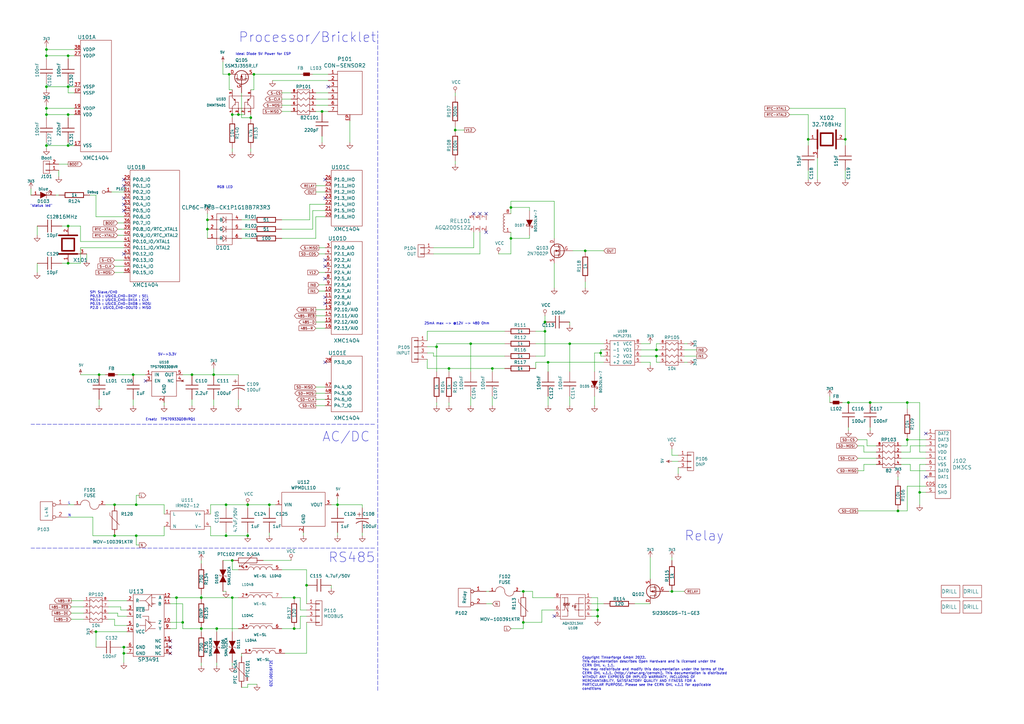
<source format=kicad_sch>
(kicad_sch (version 20211123) (generator eeschema)
  (paper "A3")
  (title_block (title "Energy Manager Bricklet") (date "2022-03-23") (rev "1.4") (company "Tinkerforge GmbH") (comment 1 "Licensed under CERN OHL v.1.1") (comment 2 "Copyright (©) 2022, B.Nordmeyer <bastian@tinkerforge.com>"))
  (junction (at 101.6 219.71))
  (junction (at 214.63 255.27))
  (junction (at 193.04 140.97))
  (junction (at 95.25 229.87))
  (junction (at 50.8 267.97))
  (junction (at 214.63 242.57))
  (junction (at 46.99 219.71))
  (junction (at 223.52 132.08))
  (junction (at 95.25 46.99))
  (junction (at 27.94 107.95))
  (junction (at 97.79 46.99))
  (junction (at 209.55 85.09))
  (junction (at 85.09 90.17))
  (junction (at 372.11 180.34))
  (junction (at 101.6 207.01))
  (junction (at 110.49 207.01))
  (junction (at 246.38 144.78))
  (junction (at 95.25 245.11))
  (junction (at 245.11 250.19))
  (junction (at 125.73 240.03))
  (junction (at 269.24 146.05))
  (junction (at 356.87 165.1))
  (junction (at 372.11 165.1))
  (junction (at 346.71 57.15))
  (junction (at 74.93 255.27))
  (junction (at 72.39 245.11))
  (junction (at 27.94 46.99))
  (junction (at 54.61 153.67))
  (junction (at 27.94 35.56))
  (junction (at 93.98 30.48))
  (junction (at 240.03 102.87))
  (junction (at 368.3 209.55))
  (junction (at 55.88 219.71))
  (junction (at 88.9 257.81))
  (junction (at 209.55 97.79))
  (junction (at 19.05 59.69))
  (junction (at 245.11 252.73))
  (junction (at 87.63 153.67))
  (junction (at 78.74 153.67))
  (junction (at 377.19 201.93))
  (junction (at 92.71 207.01))
  (junction (at 46.99 207.01))
  (junction (at 19.05 35.56))
  (junction (at 269.24 143.51))
  (junction (at 85.09 93.98))
  (junction (at 39.37 259.08))
  (junction (at 223.52 135.89))
  (junction (at 19.05 20.32))
  (junction (at 233.68 140.97))
  (junction (at 224.79 148.59))
  (junction (at 104.14 30.48))
  (junction (at 50.8 265.43))
  (junction (at 179.07 142.24))
  (junction (at 138.43 207.01))
  (junction (at 19.05 22.86))
  (junction (at 102.87 48.26))
  (junction (at 120.65 245.11))
  (junction (at 347.98 165.1))
  (junction (at 40.64 153.67))
  (junction (at 275.59 242.57))
  (junction (at 132.08 45.72))
  (junction (at 19.05 46.99))
  (junction (at 27.94 59.69))
  (junction (at 27.94 92.71))
  (junction (at 82.55 257.81))
  (junction (at 55.88 207.01))
  (junction (at 19.05 44.45))
  (junction (at 82.55 245.11))
  (junction (at 201.93 151.13))
  (junction (at 331.47 57.15))
  (junction (at 92.71 219.71))
  (junction (at 184.15 151.13))
  (junction (at 27.94 22.86))
  (junction (at 186.69 53.34))
  (junction (at 120.65 257.81))
  (no_connect (at 227.33 252.73))
  (no_connect (at 379.73 177.8))
  (no_connect (at 59.69 156.21))
  (no_connect (at 133.35 124.46))
  (no_connect (at 134.62 35.56))
  (no_connect (at 379.73 195.58))
  (no_connect (at 133.35 81.28))
  (no_connect (at 69.85 267.97))
  (no_connect (at 133.35 106.68))
  (no_connect (at 133.35 121.92))
  (no_connect (at 50.8 76.2))
  (no_connect (at 199.39 95.25))
  (no_connect (at 133.35 114.3))
  (no_connect (at 69.85 265.43))
  (no_connect (at 194.31 87.63))
  (no_connect (at 133.35 73.66))
  (no_connect (at 199.39 87.63))
  (no_connect (at 133.35 109.22))
  (no_connect (at 50.8 83.82))
  (no_connect (at 50.8 73.66))
  (no_connect (at 50.8 81.28))
  (no_connect (at 50.8 86.36))
  (no_connect (at 50.8 104.14))
  (no_connect (at 133.35 148.59))
  (no_connect (at 69.85 262.89))
  (no_connect (at 196.85 87.63))
  (wire (pts (xy 278.13 189.23) (xy 275.59 189.23)))
  (wire (pts (xy 129.54 97.79) (xy 115.57 97.79)))
  (wire (pts (xy 99.06 93.98) (xy 102.87 93.98)))
  (wire (pts (xy 201.93 162.56) (xy 201.93 166.37)))
  (wire (pts (xy 49.53 250.19) (xy 49.53 248.92)))
  (wire (pts (xy 125.73 250.19) (xy 123.19 250.19)))
  (wire (pts (xy 209.55 85.09) (xy 209.55 87.63)))
  (wire (pts (xy 134.62 45.72) (xy 132.08 45.72)))
  (wire (pts (xy 72.39 245.11) (xy 82.55 245.11)))
  (wire (pts (xy 133.35 101.6) (xy 130.81 101.6)))
  (wire (pts (xy 134.62 30.48) (xy 128.27 30.48)))
  (wire (pts (xy 55.88 219.71) (xy 55.88 223.52)))
  (wire (pts (xy 115.57 257.81) (xy 120.65 257.81)))
  (wire (pts (xy 227.33 245.11) (xy 218.44 245.11)))
  (wire (pts (xy 209.55 104.14) (xy 204.47 104.14)))
  (wire (pts (xy 34.29 254) (xy 29.21 254)))
  (wire (pts (xy 233.68 166.37) (xy 233.68 162.56)))
  (wire (pts (xy 175.26 144.78) (xy 177.8 144.78)))
  (wire (pts (xy 369.57 190.5) (xy 373.38 190.5)))
  (wire (pts (xy 372.11 209.55) (xy 368.3 209.55)))
  (wire (pts (xy 201.93 151.13) (xy 184.15 151.13)))
  (wire (pts (xy 175.26 151.13) (xy 184.15 151.13)))
  (wire (pts (xy 138.43 207.01) (xy 138.43 208.28)))
  (wire (pts (xy 43.18 153.67) (xy 40.64 153.67)))
  (wire (pts (xy 373.38 182.88) (xy 379.73 182.88)))
  (wire (pts (xy 95.25 233.68) (xy 97.79 233.68)))
  (wire (pts (xy 222.25 250.19) (xy 227.33 250.19)))
  (wire (pts (xy 39.37 80.01) (xy 36.83 80.01)))
  (wire (pts (xy 91.44 229.87) (xy 95.25 229.87)))
  (wire (pts (xy 15.24 96.52) (xy 15.24 92.71)))
  (wire (pts (xy 38.1 219.71) (xy 46.99 219.71)))
  (wire (pts (xy 243.84 166.37) (xy 243.84 162.56)))
  (wire (pts (xy 377.19 190.5) (xy 379.73 190.5)))
  (wire (pts (xy 119.38 40.64) (xy 115.57 40.64)))
  (wire (pts (xy 275.59 229.87) (xy 275.59 228.6)))
  (wire (pts (xy 179.07 142.24) (xy 179.07 140.97)))
  (wire (pts (xy 95.25 245.11) (xy 95.25 259.08)))
  (wire (pts (xy 186.69 67.31) (xy 186.69 66.04)))
  (wire (pts (xy 52.07 252.73) (xy 48.26 252.73)))
  (wire (pts (xy 48.26 93.98) (xy 50.8 93.98)))
  (wire (pts (xy 86.36 207.01) (xy 86.36 210.82)))
  (wire (pts (xy 19.05 34.29) (xy 19.05 35.56)))
  (wire (pts (xy 27.94 107.95) (xy 33.02 107.95)))
  (wire (pts (xy 269.24 140.97) (xy 269.24 143.51)))
  (wire (pts (xy 266.7 148.59) (xy 266.7 149.86)))
  (wire (pts (xy 224.79 148.59) (xy 247.65 148.59)))
  (wire (pts (xy 377.19 165.1) (xy 377.19 185.42)))
  (wire (pts (xy 177.8 144.78) (xy 177.8 146.05)))
  (wire (pts (xy 269.24 146.05) (xy 270.51 146.05)))
  (wire (pts (xy 133.35 104.14) (xy 130.81 104.14)))
  (wire (pts (xy 133.35 161.29) (xy 129.54 161.29)))
  (wire (pts (xy 92.71 208.28) (xy 92.71 207.01)))
  (wire (pts (xy 242.57 250.19) (xy 245.11 250.19)))
  (wire (pts (xy 227.33 82.55) (xy 227.33 97.79)))
  (wire (pts (xy 379.73 187.96) (xy 369.57 187.96)))
  (wire (pts (xy 354.33 190.5) (xy 359.41 190.5)))
  (wire (pts (xy 67.31 215.9) (xy 67.31 219.71)))
  (wire (pts (xy 218.44 245.11) (xy 218.44 242.57)))
  (wire (pts (xy 219.71 135.89) (xy 223.52 135.89)))
  (wire (pts (xy 107.95 229.87) (xy 119.38 229.87)))
  (wire (pts (xy 27.94 46.99) (xy 30.48 46.99)))
  (wire (pts (xy 87.63 153.67) (xy 97.79 153.67)))
  (wire (pts (xy 27.94 92.71) (xy 33.02 92.71)))
  (wire (pts (xy 50.8 111.76) (xy 46.99 111.76)))
  (wire (pts (xy 27.94 34.29) (xy 27.94 35.56)))
  (wire (pts (xy 135.89 207.01) (xy 138.43 207.01)))
  (wire (pts (xy 54.61 166.37) (xy 54.61 163.83)))
  (wire (pts (xy 200.66 242.57) (xy 199.39 242.57)))
  (wire (pts (xy 224.79 152.4) (xy 224.79 148.59)))
  (wire (pts (xy 129.54 158.75) (xy 133.35 158.75)))
  (wire (pts (xy 97.79 163.83) (xy 97.79 166.37)))
  (wire (pts (xy 12.7 77.47) (xy 12.7 80.01)))
  (wire (pts (xy 346.71 73.66) (xy 346.71 69.85)))
  (wire (pts (xy 19.05 22.86) (xy 27.94 22.86)))
  (wire (pts (xy 67.31 207.01) (xy 67.31 210.82)))
  (wire (pts (xy 234.95 102.87) (xy 240.03 102.87)))
  (wire (pts (xy 50.8 267.97) (xy 50.8 271.78)))
  (wire (pts (xy 346.71 44.45) (xy 346.71 57.15)))
  (wire (pts (xy 373.38 193.04) (xy 379.73 193.04)))
  (wire (pts (xy 29.21 246.38) (xy 34.29 246.38)))
  (wire (pts (xy 369.57 185.42) (xy 373.38 185.42)))
  (wire (pts (xy 124.46 219.71) (xy 124.46 218.44)))
  (wire (pts (xy 133.35 129.54) (xy 129.54 129.54)))
  (wire (pts (xy 52.07 246.38) (xy 44.45 246.38)))
  (wire (pts (xy 219.71 148.59) (xy 224.79 148.59)))
  (wire (pts (xy 27.94 59.69) (xy 30.48 59.69)))
  (wire (pts (xy 133.35 83.82) (xy 127 83.82)))
  (wire (pts (xy 275.59 186.69) (xy 275.59 184.15)))
  (wire (pts (xy 27.94 38.1) (xy 30.48 38.1)))
  (wire (pts (xy 74.93 255.27) (xy 74.93 257.81)))
  (wire (pts (xy 351.79 180.34) (xy 355.6 180.34)))
  (wire (pts (xy 219.71 140.97) (xy 233.68 140.97)))
  (polyline (pts (xy 153.67 173.99) (xy 12.7 173.99)))
  (wire (pts (xy 125.73 267.97) (xy 116.84 267.97)))
  (wire (pts (xy 25.4 107.95) (xy 27.94 107.95)))
  (wire (pts (xy 179.07 152.4) (xy 179.07 142.24)))
  (wire (pts (xy 347.98 176.53) (xy 347.98 175.26)))
  (wire (pts (xy 214.63 257.81) (xy 214.63 255.27)))
  (wire (pts (xy 233.68 133.35) (xy 233.68 132.08)))
  (wire (pts (xy 233.68 140.97) (xy 247.65 140.97)))
  (wire (pts (xy 104.14 30.48) (xy 123.19 30.48)))
  (wire (pts (xy 19.05 35.56) (xy 19.05 36.83)))
  (wire (pts (xy 323.85 44.45) (xy 346.71 44.45)))
  (wire (pts (xy 82.55 245.11) (xy 95.25 245.11)))
  (wire (pts (xy 115.57 43.18) (xy 119.38 43.18)))
  (polyline (pts (xy 153.67 224.79) (xy 12.7 224.79)))
  (wire (pts (xy 194.31 95.25) (xy 194.31 101.6)))
  (wire (pts (xy 78.74 153.67) (xy 87.63 153.67)))
  (wire (pts (xy 92.71 219.71) (xy 101.6 219.71)))
  (wire (pts (xy 214.63 242.57) (xy 213.36 242.57)))
  (wire (pts (xy 86.36 219.71) (xy 92.71 219.71)))
  (wire (pts (xy 52.07 267.97) (xy 50.8 267.97)))
  (wire (pts (xy 55.88 207.01) (xy 55.88 203.2)))
  (wire (pts (xy 48.26 251.46) (xy 44.45 251.46)))
  (wire (pts (xy 27.94 22.86) (xy 30.48 22.86)))
  (wire (pts (xy 260.35 247.65) (xy 266.7 247.65)))
  (wire (pts (xy 127 83.82) (xy 127 90.17)))
  (wire (pts (xy 67.31 166.37) (xy 67.31 165.1)))
  (wire (pts (xy 27.94 35.56) (xy 19.05 35.56)))
  (wire (pts (xy 88.9 257.81) (xy 97.79 257.81)))
  (wire (pts (xy 242.57 247.65) (xy 247.65 247.65)))
  (wire (pts (xy 82.55 257.81) (xy 88.9 257.81)))
  (wire (pts (xy 43.18 207.01) (xy 46.99 207.01)))
  (wire (pts (xy 19.05 59.69) (xy 19.05 60.96)))
  (wire (pts (xy 88.9 257.81) (xy 88.9 259.08)))
  (wire (pts (xy 280.67 148.59) (xy 281.94 148.59)))
  (wire (pts (xy 29.21 251.46) (xy 34.29 251.46)))
  (wire (pts (xy 19.05 46.99) (xy 27.94 46.99)))
  (wire (pts (xy 99.06 267.97) (xy 99.06 269.24)))
  (wire (pts (xy 110.49 219.71) (xy 110.49 218.44)))
  (wire (pts (xy 87.63 151.13) (xy 87.63 153.67)))
  (wire (pts (xy 69.85 257.81) (xy 72.39 257.81)))
  (wire (pts (xy 209.55 82.55) (xy 209.55 85.09)))
  (wire (pts (xy 99.06 48.26) (xy 99.06 38.1)))
  (wire (pts (xy 270.51 140.97) (xy 269.24 140.97)))
  (wire (pts (xy 278.13 194.31) (xy 278.13 191.77)))
  (wire (pts (xy 93.98 30.48) (xy 93.98 36.83)))
  (wire (pts (xy 27.94 22.86) (xy 27.94 24.13)))
  (wire (pts (xy 379.73 180.34) (xy 372.11 180.34)))
  (wire (pts (xy 217.17 97.79) (xy 217.17 96.52)))
  (wire (pts (xy 27.94 46.99) (xy 27.94 48.26)))
  (wire (pts (xy 101.6 207.01) (xy 92.71 207.01)))
  (wire (pts (xy 345.44 165.1) (xy 347.98 165.1)))
  (wire (pts (xy 242.57 252.73) (xy 245.11 252.73)))
  (wire (pts (xy 331.47 73.66) (xy 331.47 69.85)))
  (wire (pts (xy 138.43 207.01) (xy 148.59 207.01)))
  (wire (pts (xy 48.26 252.73) (xy 48.26 251.46)))
  (wire (pts (xy 224.79 166.37) (xy 224.79 162.56)))
  (wire (pts (xy 196.85 104.14) (xy 177.8 104.14)))
  (wire (pts (xy 34.29 248.92) (xy 29.21 248.92)))
  (wire (pts (xy 30.48 44.45) (xy 19.05 44.45)))
  (wire (pts (xy 102.87 62.23) (xy 102.87 60.96)))
  (wire (pts (xy 104.14 36.83) (xy 104.14 30.48)))
  (wire (pts (xy 262.89 140.97) (xy 266.7 140.97)))
  (wire (pts (xy 123.19 250.19) (xy 123.19 245.11)))
  (wire (pts (xy 245.11 252.73) (xy 245.11 250.19)))
  (wire (pts (xy 97.79 46.99) (xy 95.25 46.99)))
  (wire (pts (xy 285.75 146.05) (xy 280.67 146.05)))
  (wire (pts (xy 123.19 252.73) (xy 125.73 252.73)))
  (wire (pts (xy 19.05 22.86) (xy 19.05 24.13)))
  (wire (pts (xy 95.25 273.05) (xy 95.25 271.78)))
  (wire (pts (xy 39.37 88.9) (xy 39.37 80.01)))
  (wire (pts (xy 373.38 190.5) (xy 373.38 193.04)))
  (wire (pts (xy 27.94 212.09) (xy 38.1 212.09)))
  (wire (pts (xy 33.02 99.06) (xy 50.8 99.06)))
  (wire (pts (xy 50.8 265.43) (xy 52.07 265.43)))
  (wire (pts (xy 379.73 185.42) (xy 377.19 185.42)))
  (wire (pts (xy 85.09 87.63) (xy 85.09 90.17)))
  (wire (pts (xy 15.24 111.76) (xy 15.24 107.95)))
  (wire (pts (xy 186.69 52.07) (xy 186.69 53.34)))
  (wire (pts (xy 74.93 257.81) (xy 82.55 257.81)))
  (wire (pts (xy 78.74 163.83) (xy 78.74 166.37)))
  (wire (pts (xy 99.06 97.79) (xy 102.87 97.79)))
  (wire (pts (xy 196.85 95.25) (xy 196.85 104.14)))
  (wire (pts (xy 125.73 233.68) (xy 125.73 240.03)))
  (wire (pts (xy 331.47 59.69) (xy 331.47 57.15)))
  (wire (pts (xy 87.63 166.37) (xy 87.63 163.83)))
  (wire (pts (xy 129.54 40.64) (xy 134.62 40.64)))
  (wire (pts (xy 372.11 165.1) (xy 377.19 165.1)))
  (wire (pts (xy 119.38 45.72) (xy 115.57 45.72)))
  (wire (pts (xy 110.49 207.01) (xy 113.03 207.01)))
  (wire (pts (xy 115.57 233.68) (xy 125.73 233.68)))
  (wire (pts (xy 82.55 245.11) (xy 82.55 243.84)))
  (wire (pts (xy 331.47 46.99) (xy 323.85 46.99)))
  (wire (pts (xy 266.7 228.6) (xy 266.7 237.49)))
  (wire (pts (xy 69.85 247.65) (xy 74.93 247.65)))
  (wire (pts (xy 278.13 186.69) (xy 275.59 186.69)))
  (wire (pts (xy 50.8 106.68) (xy 46.99 106.68)))
  (wire (pts (xy 175.26 135.89) (xy 207.01 135.89)))
  (wire (pts (xy 175.26 147.32) (xy 175.26 151.13)))
  (wire (pts (xy 24.13 72.39) (xy 24.13 69.85)))
  (wire (pts (xy 120.65 257.81) (xy 123.19 257.81)))
  (wire (pts (xy 133.35 116.84) (xy 130.81 116.84)))
  (wire (pts (xy 218.44 242.57) (xy 214.63 242.57)))
  (wire (pts (xy 123.19 257.81) (xy 123.19 252.73)))
  (wire (pts (xy 193.04 140.97) (xy 193.04 152.4)))
  (wire (pts (xy 27.94 67.31) (xy 24.13 67.31)))
  (wire (pts (xy 74.93 247.65) (xy 74.93 255.27)))
  (wire (pts (xy 223.52 129.54) (xy 223.52 132.08)))
  (wire (pts (xy 331.47 57.15) (xy 331.47 46.99)))
  (wire (pts (xy 246.38 146.05) (xy 247.65 146.05)))
  (wire (pts (xy 102.87 48.26) (xy 99.06 48.26)))
  (wire (pts (xy 86.36 215.9) (xy 86.36 219.71)))
  (wire (pts (xy 19.05 58.42) (xy 19.05 59.69)))
  (wire (pts (xy 270.51 148.59) (xy 269.24 148.59)))
  (wire (pts (xy 201.93 151.13) (xy 207.01 151.13)))
  (wire (pts (xy 49.53 265.43) (xy 50.8 265.43)))
  (wire (pts (xy 74.93 153.67) (xy 78.74 153.67)))
  (wire (pts (xy 55.88 219.71) (xy 67.31 219.71)))
  (wire (pts (xy 199.39 247.65) (xy 201.93 247.65)))
  (wire (pts (xy 48.26 153.67) (xy 54.61 153.67)))
  (wire (pts (xy 138.43 219.71) (xy 138.43 218.44)))
  (wire (pts (xy 46.99 207.01) (xy 55.88 207.01)))
  (wire (pts (xy 356.87 165.1) (xy 372.11 165.1)))
  (wire (pts (xy 19.05 19.05) (xy 19.05 20.32)))
  (wire (pts (xy 262.89 146.05) (xy 269.24 146.05)))
  (wire (pts (xy 209.55 95.25) (xy 209.55 97.79)))
  (wire (pts (xy 379.73 201.93) (xy 377.19 201.93)))
  (wire (pts (xy 359.41 187.96) (xy 351.79 187.96)))
  (wire (pts (xy 354.33 185.42) (xy 354.33 182.88)))
  (wire (pts (xy 372.11 182.88) (xy 369.57 182.88)))
  (wire (pts (xy 129.54 88.9) (xy 129.54 97.79)))
  (wire (pts (xy 223.52 132.08) (xy 223.52 135.89)))
  (wire (pts (xy 246.38 144.78) (xy 246.38 146.05)))
  (wire (pts (xy 19.05 59.69) (xy 27.94 59.69)))
  (wire (pts (xy 240.03 118.11) (xy 240.03 115.57)))
  (wire (pts (xy 46.99 254) (xy 44.45 254)))
  (wire (pts (xy 356.87 176.53) (xy 356.87 175.26)))
  (wire (pts (xy 50.8 109.22) (xy 46.99 109.22)))
  (wire (pts (xy 82.55 231.14) (xy 82.55 229.87)))
  (wire (pts (xy 125.73 240.03) (xy 125.73 247.65)))
  (polyline (pts (xy 154.94 283.21) (xy 154.94 12.7)))
  (wire (pts (xy 130.81 119.38) (xy 133.35 119.38)))
  (wire (pts (xy 95.25 245.11) (xy 97.79 245.11)))
  (wire (pts (xy 129.54 76.2) (xy 133.35 76.2)))
  (wire (pts (xy 102.87 36.83) (xy 104.14 36.83)))
  (wire (pts (xy 351.79 193.04) (xy 354.33 193.04)))
  (wire (pts (xy 280.67 143.51) (xy 285.75 143.51)))
  (wire (pts (xy 240.03 102.87) (xy 247.65 102.87)))
  (wire (pts (xy 101.6 207.01) (xy 110.49 207.01)))
  (wire (pts (xy 125.73 255.27) (xy 125.73 267.97)))
  (wire (pts (xy 54.61 153.67) (xy 59.69 153.67)))
  (wire (pts (xy 377.19 190.5) (xy 377.19 201.93)))
  (wire (pts (xy 247.65 143.51) (xy 246.38 143.51)))
  (wire (pts (xy 55.88 207.01) (xy 67.31 207.01)))
  (wire (pts (xy 275.59 242.57) (xy 274.32 242.57)))
  (wire (pts (xy 184.15 152.4) (xy 184.15 151.13)))
  (wire (pts (xy 372.11 167.64) (xy 372.11 165.1)))
  (wire (pts (xy 30.48 35.56) (xy 27.94 35.56)))
  (wire (pts (xy 92.71 207.01) (xy 86.36 207.01)))
  (wire (pts (xy 95.25 62.23) (xy 95.25 60.96)))
  (wire (pts (xy 262.89 148.59) (xy 266.7 148.59)))
  (wire (pts (xy 134.62 43.18) (xy 129.54 43.18)))
  (wire (pts (xy 101.6 219.71) (xy 101.6 218.44)))
  (wire (pts (xy 354.33 182.88) (xy 351.79 182.88)))
  (wire (pts (xy 246.38 144.78) (xy 243.84 144.78)))
  (wire (pts (xy 123.19 245.11) (xy 120.65 245.11)))
  (wire (pts (xy 48.26 91.44) (xy 50.8 91.44)))
  (wire (pts (xy 101.6 280.67) (xy 105.41 280.67)))
  (wire (pts (xy 129.54 132.08) (xy 133.35 132.08)))
  (wire (pts (xy 133.35 134.62) (xy 129.54 134.62)))
  (wire (pts (xy 133.35 88.9) (xy 129.54 88.9)))
  (wire (pts (xy 219.71 146.05) (xy 223.52 146.05)))
  (wire (pts (xy 88.9 273.05) (xy 88.9 271.78)))
  (wire (pts (xy 217.17 85.09) (xy 209.55 85.09)))
  (wire (pts (xy 91.44 242.57) (xy 92.71 242.57)))
  (wire (pts (xy 39.37 265.43) (xy 39.37 259.08)))
  (wire (pts (xy 280.67 242.57) (xy 275.59 242.57)))
  (wire (pts (xy 85.09 90.17) (xy 85.09 93.98)))
  (wire (pts (xy 129.54 45.72) (xy 132.08 45.72)))
  (wire (pts (xy 52.07 250.19) (xy 49.53 250.19)))
  (wire (pts (xy 379.73 199.39) (xy 372.11 199.39)))
  (wire (pts (xy 355.6 180.34) (xy 355.6 182.88)))
  (wire (pts (xy 359.41 185.42) (xy 354.33 185.42)))
  (wire (pts (xy 101.6 281.94) (xy 101.6 280.67)))
  (wire (pts (xy 222.25 255.27) (xy 222.25 250.19)))
  (wire (pts (xy 133.35 166.37) (xy 129.54 166.37)))
  (wire (pts (xy 138.43 207.01) (xy 138.43 204.47)))
  (wire (pts (xy 69.85 255.27) (xy 74.93 255.27)))
  (wire (pts (xy 184.15 166.37) (xy 184.15 165.1)))
  (wire (pts (xy 368.3 209.55) (xy 351.79 209.55)))
  (wire (pts (xy 35.56 106.68) (xy 35.56 104.14)))
  (wire (pts (xy 91.44 30.48) (xy 93.98 30.48)))
  (wire (pts (xy 82.55 273.05) (xy 82.55 271.78)))
  (wire (pts (xy 201.93 152.4) (xy 201.93 151.13)))
  (wire (pts (xy 19.05 44.45) (xy 19.05 46.99)))
  (wire (pts (xy 93.98 36.83) (xy 95.25 36.83)))
  (wire (pts (xy 128.27 93.98) (xy 128.27 86.36)))
  (wire (pts (xy 30.48 20.32) (xy 19.05 20.32)))
  (wire (pts (xy 134.62 38.1) (xy 129.54 38.1)))
  (wire (pts (xy 227.33 107.95) (xy 227.33 118.11)))
  (wire (pts (xy 101.6 208.28) (xy 101.6 207.01)))
  (wire (pts (xy 27.94 35.56) (xy 27.94 38.1)))
  (wire (pts (xy 269.24 143.51) (xy 270.51 143.51)))
  (wire (pts (xy 148.59 207.01) (xy 148.59 208.28)))
  (wire (pts (xy 132.08 55.88) (xy 132.08 58.42)))
  (wire (pts (xy 372.11 199.39) (xy 372.11 209.55)))
  (wire (pts (xy 243.84 152.4) (xy 243.84 144.78)))
  (wire (pts (xy 217.17 86.36) (xy 217.17 85.09)))
  (wire (pts (xy 209.55 97.79) (xy 217.17 97.79)))
  (wire (pts (xy 19.05 20.32) (xy 19.05 22.86)))
  (wire (pts (xy 33.02 101.6) (xy 50.8 101.6)))
  (wire (pts (xy 373.38 185.42) (xy 373.38 182.88)))
  (wire (pts (xy 50.8 78.74) (xy 45.72 78.74)))
  (wire (pts (xy 175.26 142.24) (xy 179.07 142.24)))
  (wire (pts (xy 269.24 148.59) (xy 269.24 146.05)))
  (wire (pts (xy 102.87 48.26) (xy 102.87 46.99)))
  (wire (pts (xy 95.25 229.87) (xy 95.25 233.68)))
  (wire (pts (xy 179.07 140.97) (xy 193.04 140.97)))
  (wire (pts (xy 280.67 140.97) (xy 281.94 140.97)))
  (wire (pts (xy 19.05 46.99) (xy 19.05 48.26)))
  (wire (pts (xy 72.39 257.81) (xy 72.39 245.11)))
  (wire (pts (xy 39.37 88.9) (xy 50.8 88.9)))
  (wire (pts (xy 22.86 80.01) (xy 24.13 80.01)))
  (wire (pts (xy 354.33 193.04) (xy 354.33 190.5)))
  (wire (pts (xy 233.68 152.4) (xy 233.68 140.97)))
  (wire (pts (xy 179.07 166.37) (xy 179.07 165.1)))
  (wire (pts (xy 95.25 48.26) (xy 95.25 46.99)))
  (wire (pts (xy 175.26 135.89) (xy 175.26 139.7)))
  (wire (pts (xy 33.02 107.95) (xy 33.02 101.6)))
  (wire (pts (xy 115.57 93.98) (xy 128.27 93.98)))
  (wire (pts (xy 148.59 219.71) (xy 148.59 218.44)))
  (wire (pts (xy 129.54 163.83) (xy 133.35 163.83)))
  (wire (pts (xy 347.98 165.1) (xy 356.87 165.1)))
  (wire (pts (xy 50.8 265.43) (xy 50.8 267.97)))
  (wire (pts (xy 33.02 92.71) (xy 33.02 99.06)))
  (wire (pts (xy 99.06 90.17) (xy 102.87 90.17)))
  (wire (pts (xy 49.53 248.92) (xy 44.45 248.92)))
  (wire (pts (xy 177.8 146.05) (xy 207.01 146.05)))
  (wire (pts (xy 355.6 182.88) (xy 359.41 182.88)))
  (wire (pts (xy 38.1 212.09) (xy 38.1 219.71)))
  (wire (pts (xy 372.11 180.34) (xy 372.11 182.88)))
  (wire (pts (xy 92.71 219.71) (xy 92.71 218.44)))
  (wire (pts (xy 27.94 207.01) (xy 30.48 207.01)))
  (wire (pts (xy 82.55 259.08) (xy 82.55 257.81)))
  (wire (pts (xy 209.55 82.55) (xy 227.33 82.55)))
  (wire (pts (xy 100.33 46.99) (xy 97.79 46.99)))
  (wire (pts (xy 340.36 162.56) (xy 340.36 165.1)))
  (wire (pts (xy 262.89 143.51) (xy 269.24 143.51)))
  (wire (pts (xy 27.94 59.69) (xy 27.94 58.42)))
  (wire (pts (xy 193.04 162.56) (xy 193.04 166.37)))
  (wire (pts (xy 55.88 203.2) (xy 57.15 203.2)))
  (wire (pts (xy 99.06 281.94) (xy 101.6 281.94)))
  (wire (pts (xy 55.88 223.52) (xy 57.15 223.52)))
  (wire (pts (xy 69.85 245.11) (xy 72.39 245.11)))
  (wire (pts (xy 134.62 33.02) (xy 111.76 33.02)))
  (wire (pts (xy 377.19 207.01) (xy 377.19 201.93)))
  (wire (pts (xy 52.07 256.54) (xy 46.99 256.54)))
  (wire (pts (xy 207.01 140.97) (xy 193.04 140.97)))
  (wire (pts (xy 135.89 240.03) (xy 135.89 241.3)))
  (wire (pts (xy 186.69 39.37) (xy 186.69 38.1)))
  (wire (pts (xy 91.44 30.48) (xy 91.44 25.4)))
  (wire (pts (xy 115.57 245.11) (xy 120.65 245.11)))
  (wire (pts (xy 209.55 257.81) (xy 214.63 257.81)))
  (wire (pts (xy 40.64 166.37) (xy 40.64 163.83)))
  (wire (pts (xy 115.57 38.1) (xy 119.38 38.1)))
  (wire (pts (xy 242.57 245.11) (xy 245.11 245.11)))
  (wire (pts (xy 85.09 93.98) (xy 85.09 97.79)))
  (wire (pts (xy 245.11 250.19) (xy 245.11 245.11)))
  (wire (pts (xy 335.28 73.66) (xy 335.28 64.77)))
  (wire (pts (xy 33.02 153.67) (xy 40.64 153.67)))
  (wire (pts (xy 129.54 78.74) (xy 133.35 78.74)))
  (wire (pts (xy 55.88 219.71) (xy 46.99 219.71)))
  (wire (pts (xy 25.4 92.71) (xy 27.94 92.71)))
  (wire (pts (xy 129.54 127) (xy 133.35 127)))
  (wire (pts (xy 128.27 86.36) (xy 133.35 86.36)))
  (wire (pts (xy 39.37 259.08) (xy 52.07 259.08)))
  (wire (pts (xy 50.8 96.52) (xy 48.26 96.52)))
  (wire (pts (xy 214.63 255.27) (xy 222.25 255.27)))
  (wire (pts (xy 245.11 254) (xy 245.11 252.73)))
  (wire (pts (xy 110.49 208.28) (xy 110.49 207.01)))
  (wire (pts (xy 368.3 196.85) (xy 368.3 195.58)))
  (wire (pts (xy 133.35 111.76) (xy 130.81 111.76)))
  (wire (pts (xy 177.8 101.6) (xy 194.31 101.6)))
  (wire (pts (xy 346.71 59.69) (xy 346.71 57.15)))
  (wire (pts (xy 143.51 49.53) (xy 143.51 58.42)))
  (wire (pts (xy 46.99 256.54) (xy 46.99 254)))
  (wire (pts (xy 190.5 53.34) (xy 186.69 53.34)))
  (wire (pts (xy 246.38 143.51) (xy 246.38 144.78)))
  (wire (pts (xy 19.05 43.18) (xy 19.05 44.45)))
  (wire (pts (xy 209.55 97.79) (xy 209.55 104.14)))
  (wire (pts (xy 127 90.17) (xy 115.57 90.17)))
  (wire (pts (xy 219.71 151.13) (xy 219.71 148.59)))
  (wire (pts (xy 223.52 135.89) (xy 223.52 146.05)))
  (text "Relay" (at 280.67 222.25 0) (effects (font (size 3.9878 3.9878)) (justify left bottom)))
  (text "SPI Slave/CH0\nP0.13 : USIC0_CH0-DX2F : SEL\nP0.14 : USIC0_CH0-DX1A : CLK\nP0.15 : USIC0_CH0-DX0B : MOSI\nP2.0 : USIC0_CH0-DOUT0 : MISO" (at 36.83 127 0) (effects (font (size 0.9906 0.9906)) (justify left bottom)))
  (text "Ersatz  TPS70933QDBVRQ1" (at 59.69 172.72 0) (effects (font (size 0.9906 0.9906)) (justify left bottom)))
  (text "Processor/Bricklet" (at 97.79 17.78 0) (effects (font (size 3.9878 3.9878)) (justify left bottom)))
  (text "\"status led\"" (at 21.59 85.09 180) (effects (font (size 0.9906 0.9906)) (justify right bottom)))
  (text "N" (at 27.94 212.09 0) (effects (font (size 0.9906 0.9906)) (justify left bottom)))
  (text "0ZCJ0016FF2E" (at 111.76 281.94 90) (effects (font (size 0.9906 0.9906)) (justify left bottom)))
  (text "25mA max -> @12V -> 480 Ohm" (at 173.99 133.35 0) (effects (font (size 0.9906 0.9906)) (justify left bottom)))
  (text "RGB LED" (at 88.9 77.47 0) (effects (font (size 0.9906 0.9906)) (justify left bottom)))
  (text "RS485" (at 134.62 231.14 0) (effects (font (size 3.9878 3.9878)) (justify left bottom)))
  (text "5V->3.3V" (at 64.77 146.05 0) (effects (font (size 0.9906 0.9906)) (justify left bottom)))
  (text "Copyright Tinkerforge GmbH 2022.\nThis documentation describes Open Hardware and is licensed under the\nCERN OHL v. 1.1.\nYou may redistribute and modify this documentation under the terms of the\nCERN OHL v.1.1. (http://ohwr.org/cernohl). This documentation is distributed\nWITHOUT ANY EXPRESS OR IMPLIED WARRANTY, INCLUDING OF\nMERCHANTABILITY, SATISFACTORY QUALITY AND FITNESS FOR A\nPARTICULAR PURPOSE. Please see the CERN OHL v.1.1 for applicable\nconditions" (at 238.76 283.21 0) (effects (font (size 0.9906 0.9906)) (justify left bottom)))
  (text "L" (at 27.94 207.01 0) (effects (font (size 0.9906 0.9906)) (justify left bottom)))
  (text "AC/DC" (at 132.08 181.61 0) (effects (font (size 3.9878 3.9878)) (justify left bottom)))
  (text "Ideal Diode 5V Power for ESP" (at 119.38 22.86 180) (effects (font (size 0.9906 0.9906)) (justify right bottom)))
  (global_label "485-DE" (shape output) (at 129.54 127 180) (effects (font (size 0.9906 0.9906))) (property "Intersheet References" "${INTERSHEET_REFS}" (effects hide)))
  (global_label "SD-CLK" (shape output) (at 129.54 163.83 180) (effects (font (size 0.9906 0.9906))) (property "Intersheet References" "${INTERSHEET_REFS}" (effects hide)))
  (global_label "S-MOSI" (shape output) (at 115.57 43.18 180) (effects (font (size 0.9906 0.9906))) (property "Intersheet References" "${INTERSHEET_REFS}" (effects hide)))
  (global_label "485-DE" (shape input) (at 29.21 251.46 180) (effects (font (size 0.9906 0.9906))) (property "Intersheet References" "${INTERSHEET_REFS}" (effects hide)))
  (global_label "SD-CS" (shape input) (at 351.79 180.34 180) (effects (font (size 0.9906 0.9906))) (property "Intersheet References" "${INTERSHEET_REFS}" (effects hide)))
  (global_label "SD-MOSI" (shape input) (at 351.79 182.88 180) (effects (font (size 0.9906 0.9906))) (property "Intersheet References" "${INTERSHEET_REFS}" (effects hide)))
  (global_label "RTC-XTAL1" (shape input) (at 48.26 93.98 180) (effects (font (size 0.9906 0.9906))) (property "Intersheet References" "${INTERSHEET_REFS}" (effects hide)))
  (global_label "SD-MOSI" (shape output) (at 129.54 161.29 180) (effects (font (size 0.9906 0.9906))) (property "Intersheet References" "${INTERSHEET_REFS}" (effects hide)))
  (global_label "SD-CDS" (shape output) (at 351.79 209.55 180) (effects (font (size 0.9906 0.9906))) (property "Intersheet References" "${INTERSHEET_REFS}" (effects hide)))
  (global_label "SD-MISO" (shape input) (at 129.54 158.75 180) (effects (font (size 0.9906 0.9906))) (property "Intersheet References" "${INTERSHEET_REFS}" (effects hide)))
  (global_label "V12" (shape input) (at 130.81 111.76 180) (effects (font (size 0.9906 0.9906))) (property "Intersheet References" "${INTERSHEET_REFS}" (effects hide)))
  (global_label "L" (shape input) (at 209.55 257.81 180) (effects (font (size 0.9906 0.9906))) (property "Intersheet References" "${INTERSHEET_REFS}" (effects hide)))
  (global_label "OUT" (shape output) (at 129.54 78.74 180) (effects (font (size 0.9906 0.9906))) (property "Intersheet References" "${INTERSHEET_REFS}" (effects hide)))
  (global_label "V12" (shape output) (at 190.5 53.34 0) (effects (font (size 0.9906 0.9906))) (property "Intersheet References" "${INTERSHEET_REFS}" (effects hide)))
  (global_label "SD-CDS" (shape input) (at 130.81 104.14 180) (effects (font (size 0.9906 0.9906))) (property "Intersheet References" "${INTERSHEET_REFS}" (effects hide)))
  (global_label "RELAY" (shape output) (at 129.54 76.2 180) (effects (font (size 0.9906 0.9906))) (property "Intersheet References" "${INTERSHEET_REFS}" (effects hide)))
  (global_label "485-~{REB}" (shape output) (at 129.54 129.54 180) (effects (font (size 0.9906 0.9906))) (property "Intersheet References" "${INTERSHEET_REFS}" (effects hide)))
  (global_label "S-CLK" (shape input) (at 46.99 109.22 180) (effects (font (size 0.9906 0.9906))) (property "Intersheet References" "${INTERSHEET_REFS}" (effects hide)))
  (global_label "485-R" (shape input) (at 129.54 134.62 180) (effects (font (size 0.9906 0.9906))) (property "Intersheet References" "${INTERSHEET_REFS}" (effects hide)))
  (global_label "485-~{REB}" (shape input) (at 29.21 248.92 180) (effects (font (size 0.9906 0.9906))) (property "Intersheet References" "${INTERSHEET_REFS}" (effects hide)))
  (global_label "N" (shape output) (at 57.15 223.52 0) (effects (font (size 0.9906 0.9906))) (property "Intersheet References" "${INTERSHEET_REFS}" (effects hide)))
  (global_label "485-D" (shape output) (at 129.54 132.08 180) (effects (font (size 0.9906 0.9906))) (property "Intersheet References" "${INTERSHEET_REFS}" (effects hide)))
  (global_label "S-MISO" (shape input) (at 115.57 45.72 180) (effects (font (size 0.9906 0.9906))) (property "Intersheet References" "${INTERSHEET_REFS}" (effects hide)))
  (global_label "485-R" (shape output) (at 29.21 246.38 180) (effects (font (size 0.9906 0.9906))) (property "Intersheet References" "${INTERSHEET_REFS}" (effects hide)))
  (global_label "OUT" (shape input) (at 247.65 102.87 0) (effects (font (size 0.9906 0.9906))) (property "Intersheet References" "${INTERSHEET_REFS}" (effects hide)))
  (global_label "SD-MISO" (shape output) (at 351.79 193.04 180) (effects (font (size 0.9906 0.9906))) (property "Intersheet References" "${INTERSHEET_REFS}" (effects hide)))
  (global_label "RTC-XTAL2" (shape input) (at 48.26 96.52 180) (effects (font (size 0.9906 0.9906))) (property "Intersheet References" "${INTERSHEET_REFS}" (effects hide)))
  (global_label "S-CS" (shape input) (at 46.99 106.68 180) (effects (font (size 0.9906 0.9906))) (property "Intersheet References" "${INTERSHEET_REFS}" (effects hide)))
  (global_label "BOOT" (shape output) (at 27.94 67.31 0) (effects (font (size 0.9906 0.9906))) (property "Intersheet References" "${INTERSHEET_REFS}" (effects hide)))
  (global_label "SD-CS" (shape output) (at 129.54 166.37 180) (effects (font (size 0.9906 0.9906))) (property "Intersheet References" "${INTERSHEET_REFS}" (effects hide)))
  (global_label "IN0" (shape output) (at 285.75 143.51 0) (effects (font (size 0.9906 0.9906))) (property "Intersheet References" "${INTERSHEET_REFS}" (effects hide)))
  (global_label "BOOT" (shape input) (at 48.26 91.44 180) (effects (font (size 0.9906 0.9906))) (property "Intersheet References" "${INTERSHEET_REFS}" (effects hide)))
  (global_label "N" (shape input) (at 201.93 247.65 0) (effects (font (size 0.9906 0.9906))) (property "Intersheet References" "${INTERSHEET_REFS}" (effects hide)))
  (global_label "S-MISO" (shape output) (at 130.81 101.6 180) (effects (font (size 0.9906 0.9906))) (property "Intersheet References" "${INTERSHEET_REFS}" (effects hide)))
  (global_label "S-CLK" (shape output) (at 115.57 40.64 180) (effects (font (size 0.9906 0.9906))) (property "Intersheet References" "${INTERSHEET_REFS}" (effects hide)))
  (global_label "IN0" (shape input) (at 130.81 116.84 180) (effects (font (size 0.9906 0.9906))) (property "Intersheet References" "${INTERSHEET_REFS}" (effects hide)))
  (global_label "IN1" (shape output) (at 285.75 146.05 0) (effects (font (size 0.9906 0.9906))) (property "Intersheet References" "${INTERSHEET_REFS}" (effects hide)))
  (global_label "S-CS" (shape output) (at 115.57 38.1 180) (effects (font (size 0.9906 0.9906))) (property "Intersheet References" "${INTERSHEET_REFS}" (effects hide)))
  (global_label "SD-CLK" (shape input) (at 351.79 187.96 180) (effects (font (size 0.9906 0.9906))) (property "Intersheet References" "${INTERSHEET_REFS}" (effects hide)))
  (global_label "RELAY" (shape input) (at 280.67 242.57 0) (effects (font (size 0.9906 0.9906))) (property "Intersheet References" "${INTERSHEET_REFS}" (effects hide)))
  (global_label "IN1" (shape input) (at 130.81 119.38 180) (effects (font (size 0.9906 0.9906))) (property "Intersheet References" "${INTERSHEET_REFS}" (effects hide)))
  (global_label "RTC-XTAL2" (shape input) (at 323.85 46.99 180) (effects (font (size 0.9906 0.9906))) (property "Intersheet References" "${INTERSHEET_REFS}" (effects hide)))
  (global_label "S-MOSI" (shape input) (at 46.99 111.76 180) (effects (font (size 0.9906 0.9906))) (property "Intersheet References" "${INTERSHEET_REFS}" (effects hide)))
  (global_label "485-D" (shape input) (at 29.21 254 180) (effects (font (size 0.9906 0.9906))) (property "Intersheet References" "${INTERSHEET_REFS}" (effects hide)))
  (global_label "L" (shape output) (at 57.15 203.2 0) (effects (font (size 0.9906 0.9906))) (property "Intersheet References" "${INTERSHEET_REFS}" (effects hide)))
  (global_label "RTC-XTAL1" (shape input) (at 323.85 44.45 180) (effects (font (size 0.9906 0.9906))) (property "Intersheet References" "${INTERSHEET_REFS}" (effects hide)))
  (symbol (lib_id "tinkerforge:INDUCTs") (at 45.72 153.67 270) (unit 1)
    (property "Reference" "L101" (at 45.72 156.21 90))
    (property "Value" "FB" (at 45.72 151.13 90))
    (property "Footprint" "kicad-libraries:R0603F" (effects hide))
  )
  (symbol (lib_id "tinkerforge:CONN_01X02") (at 19.05 68.58 180) (unit 1)
    (property "Reference" "J101" (at 19.05 72.39 0))
    (property "Value" "Boot" (at 19.05 64.77 0))
    (property "Footprint" "kicad-libraries:SolderJumper" (effects hide))
  )
  (symbol (lib_id "tinkerforge:GND") (at 24.13 72.39 0) (mirror y) (unit 1)
    (property "Reference" "#PWR0107" (effects hide))
    (property "Value" "GND" (effects hide))
  )
  (symbol (lib_id "tinkerforge:LED") (at 17.78 80.01 0) (mirror x) (unit 1)
    (property "Reference" "D103" (at 17.78 82.55 0))
    (property "Value" "blue" (at 17.78 77.47 0))
    (property "Footprint" "kicad-libraries:D0603F" (effects hide))
  )
  (symbol (lib_id "tinkerforge:CON-SENSOR2") (at 143.51 38.1 0) (unit 1)
    (property "Reference" "P101" (at 141.4018 24.2062 0) (effects (font (size 1.524 1.524))))
    (property "Value" "CON-SENSOR2" (at 141.4018 26.8986 0) (effects (font (size 1.524 1.524))))
    (property "Footprint" "kicad-libraries:CON-SENSOR2_180" (effects hide))
  )
  (symbol (lib_id "tinkerforge:GND") (at 143.51 58.42 0) (mirror y) (unit 1)
    (property "Reference" "#PWR0101" (effects hide))
    (property "Value" "GND" (effects hide))
  )
  (symbol (lib_id "tinkerforge:R_PACK4") (at 124.46 46.99 0) (mirror y) (unit 1)
    (property "Reference" "RP101" (at 124.46 35.56 0))
    (property "Value" "82" (at 124.46 48.26 0))
    (property "Footprint" "kicad-libraries:4X0402" (effects hide))
  )
  (symbol (lib_id "tinkerforge:C") (at 132.08 50.8 0) (mirror y) (unit 1)
    (property "Reference" "C101" (at 130.81 48.26 0) (effects (justify left)))
    (property "Value" "220pF" (at 130.81 53.34 0) (effects (justify left)))
    (property "Footprint" "kicad-libraries:C0402F" (effects hide))
  )
  (symbol (lib_id "tinkerforge:GND") (at 132.08 58.42 0) (mirror y) (unit 1)
    (property "Reference" "#PWR0102" (effects hide))
    (property "Value" "GND" (effects hide))
  )
  (symbol (lib_id "tinkerforge:GND") (at 111.76 33.02 0) (mirror y) (unit 1)
    (property "Reference" "#PWR0105" (effects hide))
    (property "Value" "GND" (effects hide))
  )
  (symbol (lib_id "tinkerforge:3V3") (at 87.63 151.13 0) (unit 1)
    (property "Reference" "#PWR0108" (effects hide))
    (property "Value" "3V3" (at 87.63 147.955 0) (effects (font (size 1.016 1.016))))
  )
  (symbol (lib_id "tinkerforge:3V3") (at 12.7 77.47 0) (mirror y) (unit 1)
    (property "Reference" "#PWR0106" (effects hide))
    (property "Value" "3V3" (at 12.7 74.295 0) (effects (font (size 1.016 1.016))))
  )
  (symbol (lib_id "tinkerforge:R") (at 30.48 80.01 270) (mirror x) (unit 1)
    (property "Reference" "R124" (at 30.48 82.55 90))
    (property "Value" "1k" (at 30.48 80.01 90))
    (property "Footprint" "kicad-libraries:R0603F" (effects hide))
  )
  (symbol (lib_id "tinkerforge:CONN_2") (at 190.5 245.11 0) (mirror y) (unit 1)
    (property "Reference" "P102" (at 191.77 251.46 0) (effects (justify left)))
    (property "Value" "Relay" (at 190.5 247.65 90) (effects (justify left)))
    (property "Footprint" "kicad-libraries:OQ_2P_5mm_230V" (effects hide))
  )
  (symbol (lib_id "tinkerforge:AQ-H") (at 234.95 248.92 0) (mirror y) (unit 1)
    (property "Reference" "U108" (at 234.95 257.5814 0) (effects (font (size 0.9906 0.9906))))
    (property "Value" "AQH3213AX" (at 234.95 255.6764 0) (effects (font (size 0.9906 0.9906))))
    (property "Footprint" "kicad-libraries:AQ-H" (effects hide))
  )
  (symbol (lib_id "tinkerforge:Varistor") (at 214.63 248.92 0) (unit 1)
    (property "Reference" "R113" (at 210.82 250.19 90) (effects (justify left)))
    (property "Value" "MOV-10D391KTR" (at 196.85 254 0) (effects (justify left)))
    (property "Footprint" "kicad-libraries:VAR_10mm" (effects hide))
  )
  (symbol (lib_id "tinkerforge:GND") (at 245.11 254 0) (mirror y) (unit 1)
    (property "Reference" "#PWR0160" (effects hide))
    (property "Value" "GND" (effects hide))
  )
  (symbol (lib_id "tinkerforge:R") (at 254 247.65 270) (mirror x) (unit 1)
    (property "Reference" "R114" (at 254 245.618 90))
    (property "Value" "120" (at 254 247.65 90))
    (property "Footprint" "kicad-libraries:R0805E" (effects hide))
  )
  (symbol (lib_id "tinkerforge:R") (at 275.59 236.22 180) (unit 1)
    (property "Reference" "R115" (at 273.558 236.22 90))
    (property "Value" "1k" (at 275.59 236.22 90))
    (property "Footprint" "kicad-libraries:R0603F" (effects hide))
  )
  (symbol (lib_id "tinkerforge:HCPL-2731-000E") (at 255.27 144.78 0) (unit 1)
    (property "Reference" "U109" (at 255.27 135.8646 0) (effects (font (size 0.9906 0.9906))))
    (property "Value" "HCPL2731" (at 255.27 137.7696 0) (effects (font (size 0.9906 0.9906))))
    (property "Footprint" "kicad-libraries:DIP-8" (effects hide))
  )
  (symbol (lib_id "tinkerforge:3V3") (at 266.7 140.97 0) (unit 1)
    (property "Reference" "#PWR0162" (effects hide))
    (property "Value" "3V3" (at 266.7 137.795 0) (effects (font (size 1.016 1.016))))
  )
  (symbol (lib_id "tinkerforge:GND") (at 266.7 149.86 0) (unit 1)
    (property "Reference" "#PWR0163" (effects hide))
    (property "Value" "GND" (effects hide))
  )
  (symbol (lib_id "tinkerforge:R_PACK4") (at 275.59 149.86 0) (mirror y) (unit 1)
    (property "Reference" "RP105" (at 275.59 138.43 0))
    (property "Value" "10k" (at 275.59 151.13 0))
    (property "Footprint" "kicad-libraries:4X0603" (effects hide))
  )
  (symbol (lib_id "tinkerforge:3V3") (at 281.94 140.97 270) (unit 1)
    (property "Reference" "#PWR0164" (effects hide))
    (property "Value" "3V3" (at 285.115 140.97 0) (effects (font (size 1.016 1.016))))
  )
  (symbol (lib_id "tinkerforge:3V3") (at 281.94 148.59 270) (unit 1)
    (property "Reference" "#PWR0165" (effects hide))
    (property "Value" "3V3" (at 285.115 148.59 0) (effects (font (size 1.016 1.016))))
  )
  (symbol (lib_id "tinkerforge:C") (at 54.61 158.75 0) (unit 1)
    (property "Reference" "C106" (at 49.53 156.21 0) (effects (justify left)))
    (property "Value" "1uF" (at 55.88 161.29 0) (effects (justify left)))
    (property "Footprint" "kicad-libraries:C0603F" (effects hide))
  )
  (symbol (lib_id "tinkerforge:C") (at 78.74 158.75 0) (unit 1)
    (property "Reference" "C110" (at 80.01 156.21 0) (effects (justify left)))
    (property "Value" "2.2uF" (at 80.01 161.29 0) (effects (justify left)))
    (property "Footprint" "kicad-libraries:C0603F" (effects hide))
  )
  (symbol (lib_id "tinkerforge:TPS709") (at 67.31 157.48 0) (unit 1)
    (property "Reference" "U110" (at 67.31 148.5646 0) (effects (font (size 0.9906 0.9906))))
    (property "Value" "TPS70933DBVR" (at 67.31 150.4696 0) (effects (font (size 0.9906 0.9906))))
    (property "Footprint" "kicad-libraries:SOT23-5" (effects hide))
  )
  (symbol (lib_id "tinkerforge:C") (at 40.64 158.75 0) (unit 1)
    (property "Reference" "C103" (at 35.56 156.21 0) (effects (justify left)))
    (property "Value" "1uF" (at 41.91 161.29 0) (effects (justify left)))
    (property "Footprint" "kicad-libraries:C0603F" (effects hide))
  )
  (symbol (lib_id "tinkerforge:GND") (at 54.61 166.37 0) (unit 1)
    (property "Reference" "#PWR0109" (effects hide))
    (property "Value" "GND" (effects hide))
  )
  (symbol (lib_id "tinkerforge:GND") (at 67.31 166.37 0) (unit 1)
    (property "Reference" "#PWR0151" (effects hide))
    (property "Value" "GND" (effects hide))
  )
  (symbol (lib_id "tinkerforge:GND") (at 78.74 166.37 0) (unit 1)
    (property "Reference" "#PWR0153" (effects hide))
    (property "Value" "GND" (effects hide))
  )
  (symbol (lib_id "tinkerforge:GND") (at 40.64 166.37 0) (unit 1)
    (property "Reference" "#PWR0156" (effects hide))
    (property "Value" "GND" (effects hide))
  )
  (symbol (lib_id "tinkerforge:DRILL") (at 398.78 248.92 0) (unit 1)
    (property "Reference" "A103" (effects hide))
    (property "Value" "DRILL" (at 394.97 248.92 0) (effects (font (size 1.524 1.524)) (justify left)))
    (property "Footprint" "kicad-libraries:DRILL_NP_35" (effects hide))
  )
  (symbol (lib_id "tinkerforge:DRILL") (at 389.89 248.92 0) (unit 1)
    (property "Reference" "A102" (effects hide))
    (property "Value" "DRILL" (at 386.08 248.92 0) (effects (font (size 1.524 1.524)) (justify left)))
    (property "Footprint" "kicad-libraries:DRILL_NP_35" (effects hide))
  )
  (symbol (lib_id "tinkerforge:DRILL") (at 389.89 242.57 0) (unit 1)
    (property "Reference" "A101" (effects hide))
    (property "Value" "DRILL" (at 386.08 242.57 0) (effects (font (size 1.524 1.524)) (justify left)))
    (property "Footprint" "kicad-libraries:DRILL_NP_35" (effects hide))
  )
  (symbol (lib_id "tinkerforge:CONN_2") (at 19.05 209.55 0) (mirror y) (unit 1)
    (property "Reference" "P103" (at 20.32 217.17 0) (effects (justify left)))
    (property "Value" "L+N" (at 19.05 212.09 90) (effects (justify left)))
    (property "Footprint" "kicad-libraries:OQ_2P_5mm_230V" (effects hide))
  )
  (symbol (lib_id "tinkerforge:MOSFET_P_CH") (at 269.24 242.57 180) (unit 1)
    (property "Reference" "Q102" (at 264.3886 243.7384 0) (effects (justify left)))
    (property "Value" "SI2305CDS-T1-GE3" (at 287.02 251.46 0) (effects (justify left)))
    (property "Footprint" "kicad-libraries:SOT23GDS" (effects hide))
  )
  (symbol (lib_id "tinkerforge:3V3") (at 266.7 228.6 0) (unit 1)
    (property "Reference" "#PWR0114" (effects hide))
    (property "Value" "3V3" (at 266.7 225.425 0) (effects (font (size 1.016 1.016))))
  )
  (symbol (lib_id "tinkerforge:FUSE") (at 36.83 207.01 0) (unit 1)
    (property "Reference" "F101" (at 36.83 200.914 0))
    (property "Value" "FUSE" (at 36.83 203.2254 0))
    (property "Footprint" "kicad-libraries:Fuse-Holder-5x20" (effects hide))
  )
  (symbol (lib_id "tinkerforge:3V3") (at 275.59 228.6 0) (unit 1)
    (property "Reference" "#PWR0161" (effects hide))
    (property "Value" "3V3" (at 275.59 225.425 0) (effects (font (size 1.016 1.016))))
  )
  (symbol (lib_id "tinkerforge:Varistor") (at 46.99 213.36 0) (unit 1)
    (property "Reference" "R128" (at 49.53 210.82 0) (effects (justify left)))
    (property "Value" "MOV-10D391KTR" (at 38.1 222.25 0) (effects (justify left)))
    (property "Footprint" "kicad-libraries:VAR_10mm" (effects hide))
  )
  (symbol (lib_id "tinkerforge:CONN_1") (at 43.18 78.74 0) (mirror y) (unit 1)
    (property "Reference" "P111" (at 49.53 77.47 0) (effects (font (size 0.9906 0.9906))))
    (property "Value" "Debug" (at 38.1 78.74 0) (effects (font (size 0.9906 0.9906))))
    (property "Footprint" "kicad-libraries:DEBUG_PAD" (effects hide))
  )
  (symbol (lib_id "tinkerforge:IRM") (at 76.2 213.36 0) (unit 1)
    (property "Reference" "U111" (at 76.835 205.105 0))
    (property "Value" "IRM02-12" (at 76.835 207.4164 0))
    (property "Footprint" "kicad-libraries:IRM02" (effects hide))
  )
  (symbol (lib_id "tinkerforge:VCCPWR") (at 101.6 207.01 0) (unit 1)
    (property "Reference" "#PWR0115" (effects hide))
    (property "Value" "VCCPWR" (at 102.0318 202.6158 0))
  )
  (symbol (lib_id "tinkerforge:GND") (at 101.6 219.71 0) (unit 1)
    (property "Reference" "#PWR0143" (effects hide))
    (property "Value" "GND" (effects hide))
  )
  (symbol (lib_id "tinkerforge:MOSFET_P_CH") (at 99.06 33.02 90) (unit 1)
    (property "Reference" "Q105" (at 99.06 24.6888 90))
    (property "Value" "SSM3J355R,LF" (at 99.06 27.0002 90))
    (property "Footprint" "kicad-libraries:SOT23GDS" (effects hide))
  )
  (symbol (lib_id "tinkerforge:DMMT5401") (at 99.06 43.18 0) (mirror y) (unit 1)
    (property "Reference" "U103" (at 92.71 40.64 0) (effects (font (size 0.9906 0.9906)) (justify left)))
    (property "Value" "DMMT5401" (at 92.71 43.18 0) (effects (font (size 0.9906 0.9906)) (justify left)))
    (property "Footprint" "kicad-libraries:SOT26" (effects hide))
  )
  (symbol (lib_id "tinkerforge:R") (at 102.87 54.61 0) (mirror x) (unit 1)
    (property "Reference" "R133" (at 104.902 54.61 90))
    (property "Value" "47k" (at 102.87 54.61 90))
    (property "Footprint" "kicad-libraries:R0603F" (effects hide))
  )
  (symbol (lib_id "tinkerforge:R") (at 95.25 54.61 0) (mirror x) (unit 1)
    (property "Reference" "R140" (at 97.282 54.61 90))
    (property "Value" "10k" (at 95.25 54.61 90))
    (property "Footprint" "kicad-libraries:R0603F" (effects hide))
  )
  (symbol (lib_id "tinkerforge:GND") (at 102.87 62.23 0) (unit 1)
    (property "Reference" "#PWR0195" (effects hide))
    (property "Value" "GND" (effects hide))
  )
  (symbol (lib_id "tinkerforge:GND") (at 95.25 62.23 0) (unit 1)
    (property "Reference" "#PWR0198" (effects hide))
    (property "Value" "GND" (effects hide))
  )
  (symbol (lib_id "tinkerforge:C") (at 92.71 213.36 0) (unit 1)
    (property "Reference" "C105" (at 88.9 214.63 90) (effects (justify left)))
    (property "Value" "4.7uF/50V" (at 96.52 218.44 90) (effects (justify left)))
    (property "Footprint" "kicad-libraries:C1206" (effects hide))
  )
  (symbol (lib_id "tinkerforge:C") (at 101.6 213.36 0) (unit 1)
    (property "Reference" "C124" (at 104.14 210.82 0) (effects (justify left)))
    (property "Value" "1uF" (at 102.87 215.9 0) (effects (justify left)))
    (property "Footprint" "kicad-libraries:C0603F" (effects hide))
  )
  (symbol (lib_id "tinkerforge:WPMDL110") (at 124.46 207.01 0) (unit 1)
    (property "Reference" "U112" (at 124.46 197.739 0))
    (property "Value" "WPMDL110" (at 124.46 200.0504 0))
    (property "Footprint" "kicad-libraries:WPMDL110" (effects hide))
  )
  (symbol (lib_id "tinkerforge:GND") (at 124.46 219.71 0) (unit 1)
    (property "Reference" "#PWR0186" (effects hide))
    (property "Value" "GND" (effects hide))
  )
  (symbol (lib_id "tinkerforge:C") (at 138.43 213.36 0) (unit 1)
    (property "Reference" "C126" (at 140.97 210.82 0) (effects (justify left)))
    (property "Value" "1uF" (at 139.7 215.9 0) (effects (justify left)))
    (property "Footprint" "kicad-libraries:C0603F" (effects hide))
  )
  (symbol (lib_id "tinkerforge:GND") (at 138.43 219.71 0) (unit 1)
    (property "Reference" "#PWR0187" (effects hide))
    (property "Value" "GND" (effects hide))
  )
  (symbol (lib_id "tinkerforge:GND") (at 110.49 219.71 0) (unit 1)
    (property "Reference" "#PWR0188" (effects hide))
    (property "Value" "GND" (effects hide))
  )
  (symbol (lib_id "tinkerforge:C") (at 110.49 213.36 0) (unit 1)
    (property "Reference" "C125" (at 113.03 210.82 0) (effects (justify left)))
    (property "Value" "1uF" (at 111.76 215.9 0) (effects (justify left)))
    (property "Footprint" "kicad-libraries:C0603F" (effects hide))
  )
  (symbol (lib_id "tinkerforge:5V") (at 138.43 204.47 0) (unit 1)
    (property "Reference" "#PWR0189" (effects hide))
    (property "Value" "5V" (at 138.6586 200.5076 0) (effects (font (size 1.016 1.016))))
  )
  (symbol (lib_id "tinkerforge:5V") (at 91.44 25.4 0) (mirror y) (unit 1)
    (property "Reference" "#PWR0190" (effects hide))
    (property "Value" "5V" (at 91.2114 21.4376 0) (effects (font (size 1.016 1.016))))
  )
  (symbol (lib_id "tinkerforge:INDUCTs") (at 125.73 30.48 90) (mirror x) (unit 1)
    (property "Reference" "L103" (at 129.54 27.94 90))
    (property "Value" "FB" (at 123.19 27.94 90))
    (property "Footprint" "kicad-libraries:R0603F" (effects hide))
  )
  (symbol (lib_id "tinkerforge:5V") (at 33.02 153.67 0) (unit 1)
    (property "Reference" "#PWR0194" (effects hide))
    (property "Value" "5V" (at 33.2486 149.7076 0) (effects (font (size 1.016 1.016))))
  )
  (symbol (lib_id "tinkerforge:CONN_01X04") (at 130.81 251.46 0) (unit 1)
    (property "Reference" "P110" (at 132.7912 250.4186 0) (effects (justify left)))
    (property "Value" "MODBUS" (at 132.7912 252.73 0) (effects (justify left)))
    (property "Footprint" "kicad-libraries:OQ_4P" (effects hide))
  )
  (symbol (lib_id "tinkerforge:VCCPWR") (at 223.52 129.54 0) (unit 1)
    (property "Reference" "#PWR0103" (effects hide))
    (property "Value" "VCCPWR" (at 223.9518 125.1458 0))
  )
  (symbol (lib_id "tinkerforge:C") (at 193.04 157.48 0) (unit 1)
    (property "Reference" "C104" (at 194.31 163.83 90) (effects (justify left)))
    (property "Value" "100nF" (at 189.23 160.02 90) (effects (justify left)))
    (property "Footprint" "C0603F" (effects hide))
  )
  (symbol (lib_id "tinkerforge:GND") (at 193.04 166.37 0) (unit 1)
    (property "Reference" "#PWR0104" (effects hide))
    (property "Value" "GND" (effects hide))
  )
  (symbol (lib_id "tinkerforge:C") (at 201.93 157.48 0) (unit 1)
    (property "Reference" "C107" (at 203.2 163.83 90) (effects (justify left)))
    (property "Value" "100nF" (at 198.12 160.02 90) (effects (justify left)))
    (property "Footprint" "C0603F" (effects hide))
  )
  (symbol (lib_id "tinkerforge:GND") (at 201.93 166.37 0) (unit 1)
    (property "Reference" "#PWR0110" (effects hide))
    (property "Value" "GND" (effects hide))
  )
  (symbol (lib_id "tinkerforge:GND") (at 105.41 280.67 0) (unit 1)
    (property "Reference" "#PWR0179" (effects hide))
    (property "Value" "GND" (effects hide))
  )
  (symbol (lib_id "tinkerforge:XMC1XXX48") (at 59.69 92.71 0) (unit 2)
    (property "Reference" "U101" (at 55.88 68.58 0) (effects (font (size 1.524 1.524))))
    (property "Value" "XMC1404" (at 59.69 116.84 0) (effects (font (size 1.524 1.524))))
    (property "Footprint" "kicad-libraries:QFN48-EP2" (effects hide))
  )
  (symbol (lib_id "tinkerforge:XMC1XXX48") (at 39.37 39.37 0) (unit 1)
    (property "Reference" "U101" (at 35.56 15.24 0) (effects (font (size 1.524 1.524))))
    (property "Value" "XMC1404" (at 39.37 64.77 0) (effects (font (size 1.524 1.524))))
    (property "Footprint" "kicad-libraries:QFN48-EP2" (effects hide))
  )
  (symbol (lib_id "tinkerforge:XMC1XXX48") (at 142.24 114.3 0) (unit 4)
    (property "Reference" "U101" (at 138.43 97.79 0) (effects (font (size 1.524 1.524))))
    (property "Value" "XMC1404" (at 142.24 139.7 0) (effects (font (size 1.524 1.524))))
    (property "Footprint" "kicad-libraries:QFN48-EP2" (effects hide))
  )
  (symbol (lib_id "tinkerforge:XMC1XXX48") (at 142.24 81.28 0) (unit 3)
    (property "Reference" "U101" (at 139.7 68.58 0) (effects (font (size 1.524 1.524))))
    (property "Value" "XMC1404" (at 142.24 93.98 0) (effects (font (size 1.524 1.524))))
    (property "Footprint" "kicad-libraries:QFN48-EP2" (effects hide))
  )
  (symbol (lib_id "tinkerforge:XMC1XXX48") (at 142.24 156.21 0) (unit 5)
    (property "Reference" "U101" (at 138.43 144.78 0) (effects (font (size 1.524 1.524))))
    (property "Value" "XMC1404" (at 142.24 171.45 0) (effects (font (size 1.524 1.524))))
    (property "Footprint" "kicad-libraries:QFN48-EP2" (effects hide))
  )
  (symbol (lib_id "tinkerforge:C") (at 19.05 29.21 0) (unit 1)
    (property "Reference" "C102" (at 20.32 35.56 90) (effects (justify left)))
    (property "Value" "100nF" (at 15.24 31.75 90) (effects (justify left)))
    (property "Footprint" "C0603F" (effects hide))
  )
  (symbol (lib_id "tinkerforge:C") (at 27.94 29.21 0) (unit 1)
    (property "Reference" "C130" (at 29.21 35.56 90) (effects (justify left)))
    (property "Value" "100nF" (at 24.13 31.75 90) (effects (justify left)))
    (property "Footprint" "C0603F" (effects hide))
  )
  (symbol (lib_id "tinkerforge:C") (at 27.94 53.34 0) (unit 1)
    (property "Reference" "C131" (at 29.21 59.69 90) (effects (justify left)))
    (property "Value" "220nF" (at 24.13 55.88 90) (effects (justify left)))
    (property "Footprint" "C0603F" (effects hide))
  )
  (symbol (lib_id "tinkerforge:C") (at 19.05 53.34 0) (unit 1)
    (property "Reference" "C127" (at 20.32 59.69 90) (effects (justify left)))
    (property "Value" "100nF" (at 15.24 55.88 90) (effects (justify left)))
    (property "Footprint" "C0603F" (effects hide))
  )
  (symbol (lib_id "tinkerforge:GND") (at 19.05 36.83 0) (unit 1)
    (property "Reference" "#PWR0202" (effects hide))
    (property "Value" "GND" (effects hide))
  )
  (symbol (lib_id "tinkerforge:GND") (at 19.05 60.96 0) (unit 1)
    (property "Reference" "#PWR0203" (effects hide))
    (property "Value" "GND" (effects hide))
  )
  (symbol (lib_id "tinkerforge:WE-SL") (at 107.95 267.97 0) (unit 1)
    (property "Reference" "L104" (at 102.87 262.636 0) (effects (font (size 1.016 1.016))))
    (property "Value" "WE-SL" (at 107.95 270.51 0) (effects (font (size 1.016 1.016))))
    (property "Footprint" "kicad-libraries:WE-SL" (effects hide))
  )
  (symbol (lib_id "tinkerforge:WE-SL") (at 106.68 245.11 0) (unit 2)
    (property "Reference" "L104" (at 101.6 239.776 0) (effects (font (size 1.016 1.016))))
    (property "Value" "WE-SL" (at 106.68 247.65 0) (effects (font (size 1.016 1.016))))
    (property "Footprint" "kicad-libraries:WE-SL" (effects hide))
  )
  (symbol (lib_id "tinkerforge:WE-SL") (at 106.68 257.81 0) (unit 3)
    (property "Reference" "L104" (at 101.6 252.476 0) (effects (font (size 1.016 1.016))))
    (property "Value" "WE-SL" (at 106.68 260.35 0) (effects (font (size 1.016 1.016))))
    (property "Footprint" "kicad-libraries:WE-SL" (effects hide))
  )
  (symbol (lib_id "tinkerforge:WE-SL") (at 106.68 233.68 0) (unit 4)
    (property "Reference" "L104" (at 113.03 236.22 0) (effects (font (size 1.016 1.016))))
    (property "Value" "WE-SL" (at 106.68 236.22 0) (effects (font (size 1.016 1.016))))
    (property "Footprint" "kicad-libraries:WE-SL" (effects hide))
  )
  (symbol (lib_id "tinkerforge:R") (at 120.65 251.46 180) (unit 1)
    (property "Reference" "R137" (at 118.618 251.46 90))
    (property "Value" "120" (at 120.65 251.46 90))
    (property "Footprint" "R0805E" (effects hide))
  )
  (symbol (lib_id "tinkerforge:SP3491") (at 60.96 256.54 0) (unit 1)
    (property "Reference" "U113" (at 55.88 242.57 0) (effects (font (size 1.524 1.524))))
    (property "Value" "SP3491" (at 60.96 270.51 0) (effects (font (size 1.524 1.524))))
    (property "Footprint" "kicad-libraries:SOIC-14_3.9x8.7mm_Pitch1.27mm" (effects hide))
  )
  (symbol (lib_id "tinkerforge:C") (at 44.45 265.43 270) (unit 1)
    (property "Reference" "C132" (at 43.18 261.62 90) (effects (justify left)))
    (property "Value" "100nF" (at 41.91 269.24 90) (effects (justify left)))
    (property "Footprint" "kicad-libraries:C0603F" (effects hide))
  )
  (symbol (lib_id "tinkerforge:GND") (at 50.8 271.78 0) (unit 1)
    (property "Reference" "#PWR0204" (effects hide))
    (property "Value" "GND" (effects hide))
  )
  (symbol (lib_id "tinkerforge:R") (at 82.55 237.49 0) (unit 1)
    (property "Reference" "R134" (at 84.582 237.49 90))
    (property "Value" "750" (at 82.55 237.49 90))
    (property "Footprint" "R0603F" (effects hide))
  )
  (symbol (lib_id "tinkerforge:R") (at 82.55 251.46 0) (unit 1)
    (property "Reference" "R135" (at 84.582 251.46 90))
    (property "Value" "DNP" (at 82.55 251.46 90))
    (property "Footprint" "R0603F" (effects hide))
  )
  (symbol (lib_id "tinkerforge:R") (at 82.55 265.43 0) (unit 1)
    (property "Reference" "R136" (at 84.582 265.43 90))
    (property "Value" "750" (at 82.55 265.43 90))
    (property "Footprint" "R0603F" (effects hide))
  )
  (symbol (lib_id "tinkerforge:GND") (at 82.55 273.05 0) (unit 1)
    (property "Reference" "#PWR0205" (effects hide))
    (property "Value" "GND" (effects hide))
  )
  (symbol (lib_id "tinkerforge:TVS") (at 88.9 265.43 270) (unit 1)
    (property "Reference" "D106" (at 91.44 264.16 0) (effects (font (size 1.016 1.016))))
    (property "Value" "SMAJ12CA" (at 86.36 265.43 0) (effects (font (size 1.016 1.016))))
    (property "Footprint" "DO-214AC" (effects hide))
  )
  (symbol (lib_id "tinkerforge:TVS") (at 95.25 265.43 270) (unit 1)
    (property "Reference" "D111" (at 97.79 264.16 0) (effects (font (size 1.016 1.016))))
    (property "Value" "SMAJ12CA" (at 92.71 265.43 0) (effects (font (size 1.016 1.016))))
    (property "Footprint" "DO-214AC" (effects hide))
  )
  (symbol (lib_id "tinkerforge:R_PACK4") (at 39.37 255.27 0) (unit 1)
    (property "Reference" "RP102" (at 39.37 243.84 0))
    (property "Value" "10k" (at 39.37 256.54 0))
    (property "Footprint" "kicad-libraries:0603X4" (effects hide))
  )
  (symbol (lib_id "tinkerforge:PTC") (at 99.06 275.59 0) (unit 1)
    (property "Reference" "PTC101" (at 101.6 274.32 90))
    (property "Value" "PTC 0.45A" (at 96.52 275.59 90))
    (property "Footprint" "kicad-libraries:R1206E" (effects hide))
  )
  (symbol (lib_id "tinkerforge:C") (at 20.32 92.71 270) (unit 1)
    (property "Reference" "C128" (at 19.05 88.9 90) (effects (justify left)))
    (property "Value" "10pF" (at 19.05 96.52 90) (effects (justify left)))
    (property "Footprint" "C0603F" (effects hide))
  )
  (symbol (lib_id "tinkerforge:C") (at 20.32 107.95 270) (unit 1)
    (property "Reference" "C129" (at 19.05 104.14 90) (effects (justify left)))
    (property "Value" "10pF" (at 19.05 111.76 90) (effects (justify left)))
    (property "Footprint" "C0603F" (effects hide))
  )
  (symbol (lib_id "tinkerforge:GND") (at 15.24 111.76 0) (unit 1)
    (property "Reference" "#PWR0206" (effects hide))
    (property "Value" "GND" (effects hide))
  )
  (symbol (lib_id "tinkerforge:CRYSTAL_3225") (at 27.94 100.33 90) (unit 1)
    (property "Reference" "X101" (at 33.02 106.68 90) (effects (font (size 1.524 1.524))))
    (property "Value" "16MHz" (at 27.94 88.9 90) (effects (font (size 1.524 1.524))))
    (property "Footprint" "kicad-libraries:CRYSTAL_3225" (effects hide))
  )
  (symbol (lib_id "tinkerforge:GND") (at 15.24 96.52 0) (unit 1)
    (property "Reference" "#PWR0207" (effects hide))
    (property "Value" "GND" (effects hide))
  )
  (symbol (lib_id "tinkerforge:GND") (at 35.56 106.68 0) (unit 1)
    (property "Reference" "#PWR0208" (effects hide))
    (property "Value" "GND" (effects hide))
  )
  (symbol (lib_id "tinkerforge:CONN_01X04") (at 170.18 143.51 0) (mirror y) (unit 1)
    (property "Reference" "P105" (at 168.1988 142.4686 0) (effects (justify left)))
    (property "Value" "INPUT" (at 168.1988 144.78 0) (effects (justify left)))
    (property "Footprint" "kicad-libraries:OQ_4P" (effects hide))
  )
  (symbol (lib_id "tinkerforge:FUSE") (at 207.01 242.57 0) (unit 1)
    (property "Reference" "F102" (at 207.01 236.474 0))
    (property "Value" "FUSE" (at 207.01 238.7854 0))
    (property "Footprint" "kicad-libraries:Fuse-Holder-5x20" (effects hide))
  )
  (symbol (lib_id "tinkerforge:CONN_01X02") (at 172.72 102.87 0) (mirror y) (unit 1)
    (property "Reference" "P104" (at 170.7388 101.8286 0) (effects (justify left)))
    (property "Value" "OUT" (at 170.7388 104.14 0) (effects (justify left)))
    (property "Footprint" "kicad-libraries:OQ_2P" (effects hide))
  )
  (symbol (lib_id "tinkerforge:TVS") (at 91.44 236.22 90) (unit 1)
    (property "Reference" "D102" (at 88.9 237.49 0) (effects (font (size 1.016 1.016))))
    (property "Value" "SMAJ12CA" (at 93.98 236.22 0) (effects (font (size 1.016 1.016))))
    (property "Footprint" "DO-214AC" (effects hide))
  )
  (symbol (lib_id "tinkerforge:GND") (at 92.71 242.57 0) (unit 1)
    (property "Reference" "#PWR0121" (effects hide))
    (property "Value" "GND" (effects hide))
  )
  (symbol (lib_id "tinkerforge:C") (at 130.81 240.03 270) (unit 1)
    (property "Reference" "C115" (at 127 236.22 90) (effects (justify left)))
    (property "Value" "4.7uF/50V" (at 133.35 236.22 90) (effects (justify left)))
    (property "Footprint" "kicad-libraries:C1206" (effects hide))
  )
  (symbol (lib_id "tinkerforge:GND") (at 135.89 241.3 0) (unit 1)
    (property "Reference" "#PWR0122" (effects hide))
    (property "Value" "GND" (effects hide))
  )
  (symbol (lib_id "tinkerforge:R") (at 213.36 135.89 90) (mirror x) (unit 1)
    (property "Reference" "R111" (at 213.36 133.35 90))
    (property "Value" "1k" (at 213.36 135.89 90))
    (property "Footprint" "kicad-libraries:R1206E" (effects hide))
  )
  (symbol (lib_id "tinkerforge:R") (at 213.36 140.97 90) (mirror x) (unit 1)
    (property "Reference" "R112" (at 213.36 138.43 90))
    (property "Value" "1k" (at 213.36 140.97 90))
    (property "Footprint" "kicad-libraries:R1206E" (effects hide))
  )
  (symbol (lib_id "tinkerforge:R") (at 213.36 146.05 90) (mirror x) (unit 1)
    (property "Reference" "R116" (at 213.36 143.51 90))
    (property "Value" "1k" (at 213.36 146.05 90))
    (property "Footprint" "kicad-libraries:R1206E" (effects hide))
  )
  (symbol (lib_id "tinkerforge:R") (at 213.36 151.13 90) (mirror x) (unit 1)
    (property "Reference" "R117" (at 213.36 148.59 90))
    (property "Value" "1k" (at 213.36 151.13 90))
    (property "Footprint" "kicad-libraries:R1206E" (effects hide))
  )
  (symbol (lib_id "tinkerforge:R") (at 184.15 158.75 0) (mirror y) (unit 1)
    (property "Reference" "R105" (at 186.69 158.75 90))
    (property "Value" "1k" (at 184.15 158.75 90))
    (property "Footprint" "kicad-libraries:R1206E" (effects hide))
  )
  (symbol (lib_id "tinkerforge:R") (at 179.07 158.75 0) (mirror y) (unit 1)
    (property "Reference" "R104" (at 181.61 158.75 90))
    (property "Value" "1k" (at 179.07 158.75 90))
    (property "Footprint" "kicad-libraries:R1206E" (effects hide))
  )
  (symbol (lib_id "tinkerforge:GND") (at 184.15 166.37 0) (unit 1)
    (property "Reference" "#PWR0118" (effects hide))
    (property "Value" "GND" (effects hide))
  )
  (symbol (lib_id "tinkerforge:GND") (at 179.07 166.37 0) (unit 1)
    (property "Reference" "#PWR0117" (effects hide))
    (property "Value" "GND" (effects hide))
  )
  (symbol (lib_id "tinkerforge:C") (at 224.79 157.48 0) (unit 1)
    (property "Reference" "C112" (at 226.06 163.83 90) (effects (justify left)))
    (property "Value" "100nF" (at 220.98 160.02 90) (effects (justify left)))
    (property "Footprint" "C0603F" (effects hide))
  )
  (symbol (lib_id "tinkerforge:C") (at 233.68 157.48 0) (unit 1)
    (property "Reference" "C114" (at 234.95 163.83 90) (effects (justify left)))
    (property "Value" "100nF" (at 229.87 160.02 90) (effects (justify left)))
    (property "Footprint" "C0603F" (effects hide))
  )
  (symbol (lib_id "tinkerforge:GND") (at 224.79 166.37 0) (unit 1)
    (property "Reference" "#PWR0116" (effects hide))
    (property "Value" "GND" (effects hide))
  )
  (symbol (lib_id "tinkerforge:GND") (at 233.68 166.37 0) (unit 1)
    (property "Reference" "#PWR0113" (effects hide))
    (property "Value" "GND" (effects hide))
  )
  (symbol (lib_id "tinkerforge:DIODESCH") (at 243.84 157.48 270) (unit 1)
    (property "Reference" "D105" (at 241.8334 158.4452 90) (effects (font (size 1.016 1.016)) (justify right)))
    (property "Value" "B0520LW-7" (at 246.38 161.29 0) (effects (font (size 1.016 1.016)) (justify right)))
    (property "Footprint" "kicad-libraries:SOD-123" (effects hide))
  )
  (symbol (lib_id "tinkerforge:GND") (at 243.84 166.37 0) (unit 1)
    (property "Reference" "#PWR0112" (effects hide))
    (property "Value" "GND" (effects hide))
  )
  (symbol (lib_id "tinkerforge:C") (at 228.6 132.08 270) (unit 1)
    (property "Reference" "C113" (at 222.25 133.35 90) (effects (justify left)))
    (property "Value" "100nF" (at 226.06 128.27 90) (effects (justify left)))
    (property "Footprint" "C0603F" (effects hide))
  )
  (symbol (lib_id "tinkerforge:GND") (at 233.68 133.35 0) (unit 1)
    (property "Reference" "#PWR0111" (effects hide))
    (property "Value" "GND" (effects hide))
  )
  (symbol (lib_id "tinkerforge:VCCPWR") (at 186.69 38.1 0) (unit 1)
    (property "Reference" "#PWR0127" (effects hide))
    (property "Value" "VCCPWR" (at 187.1218 33.7058 0))
  )
  (symbol (lib_id "tinkerforge:R") (at 186.69 45.72 0) (mirror x) (unit 1)
    (property "Reference" "R107" (at 184.15 45.72 90))
    (property "Value" "300k" (at 186.69 45.72 90))
    (property "Footprint" "kicad-libraries:R0603F" (effects hide))
  )
  (symbol (lib_id "tinkerforge:R") (at 186.69 59.69 0) (mirror x) (unit 1)
    (property "Reference" "R108" (at 184.15 59.69 90))
    (property "Value" "100k" (at 186.69 59.69 90))
    (property "Footprint" "kicad-libraries:R0603F" (effects hide))
  )
  (symbol (lib_id "tinkerforge:GND") (at 186.69 67.31 0) (unit 1)
    (property "Reference" "#PWR0128" (effects hide))
    (property "Value" "GND" (effects hide))
  )
  (symbol (lib_id "tinkerforge:RGB-LED-PLCC-6x5") (at 91.44 95.25 0) (mirror x) (unit 1)
    (property "Reference" "D101" (at 91.44 101.6 0) (effects (font (size 1.524 1.524))))
    (property "Value" "CLP6C-FKB-CK1P1G1BB7R3R3" (at 92.71 85.09 0) (effects (font (size 1.524 1.524))))
    (property "Footprint" "kicad-libraries:PLCC6-6x5" (effects hide))
  )
  (symbol (lib_id "tinkerforge:R") (at 109.22 97.79 90) (mirror x) (unit 1)
    (property "Reference" "R103" (at 102.87 96.52 90))
    (property "Value" "100" (at 109.22 97.79 90))
    (property "Footprint" "kicad-libraries:R0603F" (effects hide))
  )
  (symbol (lib_id "tinkerforge:R") (at 109.22 93.98 90) (mirror x) (unit 1)
    (property "Reference" "R102" (at 102.87 92.71 90))
    (property "Value" "51" (at 109.22 93.98 90))
    (property "Footprint" "kicad-libraries:R0603F" (effects hide))
  )
  (symbol (lib_id "tinkerforge:R") (at 109.22 90.17 90) (mirror x) (unit 1)
    (property "Reference" "R101" (at 102.87 88.9 90))
    (property "Value" "51" (at 109.22 90.17 90))
    (property "Footprint" "kicad-libraries:R0603F" (effects hide))
  )
  (symbol (lib_id "tinkerforge:3V3") (at 85.09 87.63 0) (unit 1)
    (property "Reference" "#PWR0129" (effects hide))
    (property "Value" "3V3" (at 85.09 84.455 0) (effects (font (size 1.016 1.016))))
  )
  (symbol (lib_id "tinkerforge:AGQ2X0") (at 201.93 91.44 180) (unit 1)
    (property "Reference" "REL101" (at 193.1924 90.6526 0) (effects (font (size 1.524 1.524)) (justify left)))
    (property "Value" "AGQ200S12Z" (at 193.1924 93.345 0) (effects (font (size 1.524 1.524)) (justify left)))
    (property "Footprint" "kicad-libraries:AGQ2X0" (effects hide))
  )
  (symbol (lib_id "tinkerforge:MOSFET_N_CH") (at 229.87 102.87 0) (mirror y) (unit 1)
    (property "Reference" "Q103" (at 225.0186 101.7016 0) (effects (justify left)))
    (property "Value" "2N7002P" (at 225.0186 104.013 0) (effects (justify left)))
    (property "Footprint" "kicad-libraries:SOT23GDS" (effects hide))
  )
  (symbol (lib_id "tinkerforge:GND") (at 227.33 118.11 0) (unit 1)
    (property "Reference" "#PWR0130" (effects hide))
    (property "Value" "GND" (effects hide))
  )
  (symbol (lib_id "tinkerforge:VCCPWR") (at 204.47 104.14 0) (unit 1)
    (property "Reference" "#PWR0131" (effects hide))
    (property "Value" "VCCPWR" (at 204.9018 99.7458 0))
  )
  (symbol (lib_id "tinkerforge:DIODESCH") (at 217.17 91.44 270) (unit 1)
    (property "Reference" "D107" (at 215.1634 92.4052 90) (effects (font (size 1.016 1.016)) (justify right)))
    (property "Value" "B0520LW-7" (at 219.71 95.25 0) (effects (font (size 1.016 1.016)) (justify right)))
    (property "Footprint" "kicad-libraries:SOD-123" (effects hide))
  )
  (symbol (lib_id "tinkerforge:R") (at 240.03 109.22 0) (mirror x) (unit 1)
    (property "Reference" "R118" (at 237.49 109.22 90))
    (property "Value" "1k" (at 240.03 109.22 90))
    (property "Footprint" "kicad-libraries:R0603F" (effects hide))
  )
  (symbol (lib_id "tinkerforge:GND") (at 240.03 118.11 0) (unit 1)
    (property "Reference" "#PWR0132" (effects hide))
    (property "Value" "GND" (effects hide))
  )
  (symbol (lib_id "tinkerforge:MICROSDCARD-CDS") (at 383.54 190.5 0) (unit 1)
    (property "Reference" "J102" (at 390.6012 189.0268 0) (effects (font (size 1.524 1.524)) (justify left)))
    (property "Value" "DM3CS" (at 390.6012 191.7192 0) (effects (font (size 1.524 1.524)) (justify left)))
    (property "Footprint" "kicad-libraries:SD-Card-DM3CS" (effects hide))
  )
  (symbol (lib_id "tinkerforge:C") (at 347.98 170.18 0) (unit 1)
    (property "Reference" "C116" (at 349.25 167.64 0) (effects (justify left)))
    (property "Value" "100uF" (at 349.25 172.72 0) (effects (justify left)))
    (property "Footprint" "kicad-libraries:C1210" (effects hide))
  )
  (symbol (lib_id "tinkerforge:C") (at 356.87 170.18 0) (unit 1)
    (property "Reference" "C117" (at 356.87 167.64 0) (effects (justify left)))
    (property "Value" "100nF" (at 358.14 172.72 0) (effects (justify left)))
    (property "Footprint" "C0603F" (effects hide))
  )
  (symbol (lib_id "tinkerforge:3V3") (at 340.36 162.56 0) (mirror y) (unit 1)
    (property "Reference" "#PWR0123" (effects hide))
    (property "Value" "3V3" (at 340.36 159.385 0) (effects (font (size 1.016 1.016))))
  )
  (symbol (lib_id "tinkerforge:INDUCTs") (at 342.9 165.1 270) (unit 1)
    (property "Reference" "L102" (at 342.9 167.64 90))
    (property "Value" "FB" (at 342.9 162.56 90))
    (property "Footprint" "kicad-libraries:R0603F" (effects hide))
  )
  (symbol (lib_id "tinkerforge:CRYSTAL_3225") (at 339.09 57.15 0) (unit 1)
    (property "Reference" "X102" (at 339.09 48.3362 0) (effects (font (size 1.524 1.524))))
    (property "Value" "32.768kHz" (at 339.09 51.0286 0) (effects (font (size 1.524 1.524))))
    (property "Footprint" "kicad-libraries:AB26TRQ" (effects hide))
  )
  (symbol (lib_id "tinkerforge:GND") (at 347.98 176.53 0) (unit 1)
    (property "Reference" "#PWR0124" (effects hide))
    (property "Value" "GND" (effects hide))
  )
  (symbol (lib_id "tinkerforge:GND") (at 356.87 176.53 0) (unit 1)
    (property "Reference" "#PWR0125" (effects hide))
    (property "Value" "GND" (effects hide))
  )
  (symbol (lib_id "tinkerforge:GND") (at 377.19 207.01 0) (unit 1)
    (property "Reference" "#PWR0126" (effects hide))
    (property "Value" "GND" (effects hide))
  )
  (symbol (lib_id "tinkerforge:GND") (at 335.28 73.66 0) (unit 1)
    (property "Reference" "#PWR0137" (effects hide))
    (property "Value" "GND" (effects hide))
  )
  (symbol (lib_id "tinkerforge:GND") (at 331.47 73.66 0) (unit 1)
    (property "Reference" "#PWR0138" (effects hide))
    (property "Value" "GND" (effects hide))
  )
  (symbol (lib_id "tinkerforge:GND") (at 346.71 73.66 0) (unit 1)
    (property "Reference" "#PWR0139" (effects hide))
    (property "Value" "GND" (effects hide))
  )
  (symbol (lib_id "tinkerforge:C") (at 346.71 64.77 180) (unit 1)
    (property "Reference" "C119" (at 347.98 68.58 90) (effects (justify left)))
    (property "Value" "15pF" (at 342.9 63.5 90) (effects (justify left)))
    (property "Footprint" "C0603F" (effects hide))
  )
  (symbol (lib_id "tinkerforge:C") (at 331.47 64.77 180) (unit 1)
    (property "Reference" "C118" (at 332.74 68.58 90) (effects (justify left)))
    (property "Value" "15pF" (at 327.66 63.5 90) (effects (justify left)))
    (property "Footprint" "C0603F" (effects hide))
  )
  (symbol (lib_id "tinkerforge:R_PACK4") (at 364.49 191.77 0) (mirror y) (unit 1)
    (property "Reference" "RP103" (at 364.49 180.34 0))
    (property "Value" "82" (at 364.49 193.04 0))
    (property "Footprint" "kicad-libraries:4X0402" (effects hide))
  )
  (symbol (lib_id "tinkerforge:R") (at 372.11 173.99 0) (mirror x) (unit 1)
    (property "Reference" "R109" (at 374.142 173.99 90))
    (property "Value" "10k" (at 372.11 173.99 90))
    (property "Footprint" "kicad-libraries:R0603F" (effects hide))
  )
  (symbol (lib_id "tinkerforge:PTC") (at 101.6 229.87 270) (unit 1)
    (property "Reference" "PTC102" (at 92.71 227.33 90))
    (property "Value" "PTC 0.45A" (at 101.6 227.33 90))
    (property "Footprint" "kicad-libraries:R1206E" (effects hide))
  )
  (symbol (lib_id "tinkerforge:R") (at 368.3 203.2 0) (mirror x) (unit 1)
    (property "Reference" "R106" (at 370.332 203.2 90))
    (property "Value" "10k" (at 368.3 203.2 90))
    (property "Footprint" "kicad-libraries:R0603F" (effects hide))
  )
  (symbol (lib_id "tinkerforge:3V3") (at 368.3 195.58 0) (mirror y) (unit 1)
    (property "Reference" "#PWR0133" (effects hide))
    (property "Value" "3V3" (at 368.3 192.405 0) (effects (font (size 1.016 1.016))))
  )
  (symbol (lib_id "tinkerforge:CONN_01X03") (at 283.21 189.23 0) (unit 1)
    (property "Reference" "P106" (at 285.1912 188.1886 0) (effects (justify left)))
    (property "Value" "DNP" (at 285.1912 190.5 0) (effects (justify left)))
    (property "Footprint" "kicad-libraries:JST-PH-3-THT" (effects hide))
  )
  (symbol (lib_id "tinkerforge:GND") (at 278.13 194.31 0) (unit 1)
    (property "Reference" "#PWR0134" (effects hide))
    (property "Value" "GND" (effects hide))
  )
  (symbol (lib_id "tinkerforge:VCCPWR") (at 275.59 184.15 0) (unit 1)
    (property "Reference" "#PWR0135" (effects hide))
    (property "Value" "VCCPWR" (at 275.59 180.34 0))
  )
  (symbol (lib_id "tinkerforge:5V") (at 275.59 189.23 90) (unit 1)
    (property "Reference" "#PWR0136" (effects hide))
    (property "Value" "5V" (at 271.6276 189.0014 0) (effects (font (size 1.016 1.016))))
  )
  (symbol (lib_id "tinkerforge:CP1") (at 148.59 213.36 0) (unit 1)
    (property "Reference" "C108" (at 148.59 210.82 0) (effects (justify left)))
    (property "Value" "100uF" (at 148.59 215.9 0) (effects (justify left)))
    (property "Footprint" "kicad-libraries:ELKO_63" (effects hide))
  )
  (symbol (lib_id "tinkerforge:GND") (at 148.59 219.71 0) (unit 1)
    (property "Reference" "#PWR0119" (effects hide))
    (property "Value" "GND" (effects hide))
  )
  (symbol (lib_id "tinkerforge:CP1") (at 97.79 158.75 0) (unit 1)
    (property "Reference" "C109" (at 101.092 157.5816 0) (effects (justify left)))
    (property "Value" "100uF" (at 101.092 159.893 0) (effects (justify left)))
    (property "Footprint" "kicad-libraries:ELKO_63" (effects hide))
  )
  (symbol (lib_id "tinkerforge:GND") (at 97.79 166.37 0) (unit 1)
    (property "Reference" "#PWR0120" (effects hide))
    (property "Value" "GND" (effects hide))
  )
  (symbol (lib_id "tinkerforge:GND") (at 88.9 273.05 0) (unit 1)
    (property "Reference" "#PWR0210" (effects hide))
    (property "Value" "GND" (effects hide))
  )
  (symbol (lib_id "tinkerforge:GND") (at 95.25 273.05 0) (unit 1)
    (property "Reference" "#PWR0211" (effects hide))
    (property "Value" "GND" (effects hide))
  )
  (symbol (lib_id "tinkerforge:3V3") (at 82.55 229.87 0) (unit 1)
    (property "Reference" "#PWR0212" (effects hide))
    (property "Value" "3V3" (at 82.55 226.695 0) (effects (font (size 1.016 1.016))))
  )
  (symbol (lib_id "tinkerforge:3V3") (at 39.37 259.08 90) (unit 1)
    (property "Reference" "#PWR0213" (effects hide))
    (property "Value" "3V3" (at 36.195 259.08 0) (effects (font (size 1.016 1.016))))
  )
  (symbol (lib_id "tinkerforge:VCCPWR") (at 119.38 229.87 0) (unit 1)
    (property "Reference" "#PWR0214" (effects hide))
    (property "Value" "VCCPWR" (at 119.38 226.06 0))
  )
  (symbol (lib_id "tinkerforge:DRILL") (at 398.78 242.57 0) (unit 1)
    (property "Reference" "A104" (effects hide))
    (property "Value" "DRILL" (at 394.97 242.57 0) (effects (font (size 1.524 1.524)) (justify left)))
    (property "Footprint" "kicad-libraries:DRILL_NP_35" (effects hide))
  )
  (symbol (lib_id "tinkerforge:3V3") (at 19.05 19.05 0) (mirror y) (unit 1)
    (property "Reference" "#PWR0166" (effects hide))
    (property "Value" "3V3" (at 19.05 15.875 0) (effects (font (size 1.016 1.016))))
  )
  (symbol (lib_id "tinkerforge:3V3") (at 19.05 43.18 0) (mirror y) (unit 1)
    (property "Reference" "#PWR0176" (effects hide))
    (property "Value" "3V3" (at 19.05 40.005 0) (effects (font (size 1.016 1.016))))
  )
  (symbol (lib_id "tinkerforge:C") (at 87.63 158.75 0) (unit 1)
    (property "Reference" "C111" (at 88.9 156.21 0) (effects (justify left)))
    (property "Value" "100uF" (at 88.9 161.29 0) (effects (justify left)))
    (property "Footprint" "kicad-libraries:C1210" (effects hide))
  )
  (symbol (lib_id "tinkerforge:GND") (at 87.63 166.37 0) (unit 1)
    (property "Reference" "#PWR0200" (effects hide))
    (property "Value" "GND" (effects hide))
  )
)
</source>
